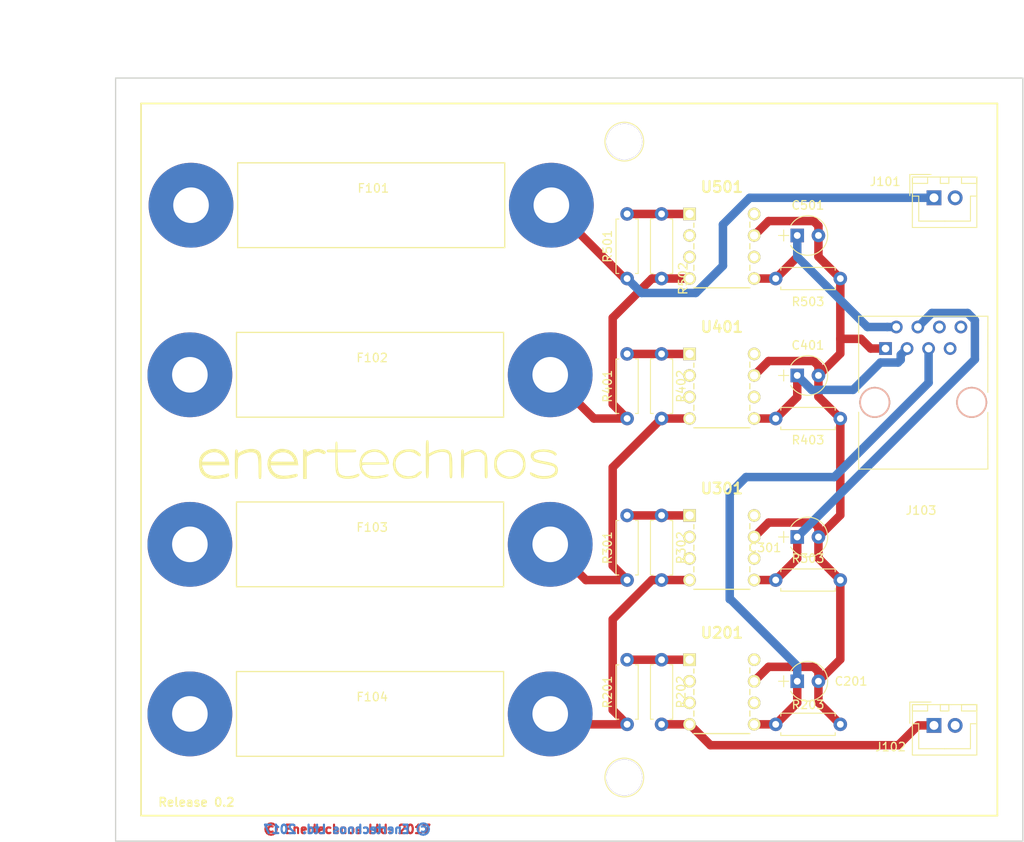
<source format=kicad_pcb>
(kicad_pcb (version 4) (host pcbnew 4.0.7)

  (general
    (links 45)
    (no_connects 0)
    (area 26.150001 91.3 147.075001 190.075001)
    (thickness 1.6)
    (drawings 17)
    (tracks 117)
    (zones 0)
    (modules 30)
    (nets 15)
  )

  (page A4)
  (title_block
    (title "Sub Fuse Board")
    (date 2018-02-09)
    (rev "Release 0.2")
    (company "Enertechnos Ltd.")
    (comment 1 "FOR APPROVAL")
  )

  (layers
    (0 F.Cu signal)
    (31 B.Cu signal)
    (32 B.Adhes user)
    (33 F.Adhes user)
    (34 B.Paste user)
    (35 F.Paste user)
    (36 B.SilkS user)
    (37 F.SilkS user)
    (38 B.Mask user)
    (39 F.Mask user)
    (40 Dwgs.User user)
    (41 Cmts.User user)
    (42 Eco1.User user)
    (43 Eco2.User user)
    (44 Edge.Cuts user)
    (45 Margin user)
    (46 B.CrtYd user)
    (47 F.CrtYd user)
    (48 B.Fab user)
    (49 F.Fab user)
  )

  (setup
    (last_trace_width 1)
    (trace_clearance 0.4)
    (zone_clearance 0.508)
    (zone_45_only no)
    (trace_min 0.2)
    (segment_width 0.2)
    (edge_width 0.15)
    (via_size 1.5)
    (via_drill 1)
    (via_min_size 0.4)
    (via_min_drill 0.3)
    (uvia_size 1)
    (uvia_drill 0.5)
    (uvias_allowed no)
    (uvia_min_size 0.2)
    (uvia_min_drill 0.1)
    (pcb_text_width 0.3)
    (pcb_text_size 1.5 1.5)
    (mod_edge_width 0.15)
    (mod_text_size 1 1)
    (mod_text_width 0.15)
    (pad_size 1.524 1.524)
    (pad_drill 0.762)
    (pad_to_mask_clearance 0.2)
    (aux_axis_origin 40 190)
    (visible_elements 7FFFEF7F)
    (pcbplotparams
      (layerselection 0x010e0_80000001)
      (usegerberextensions false)
      (excludeedgelayer true)
      (linewidth 0.100000)
      (plotframeref false)
      (viasonmask false)
      (mode 1)
      (useauxorigin false)
      (hpglpennumber 1)
      (hpglpenspeed 20)
      (hpglpendiameter 15)
      (hpglpenoverlay 2)
      (psnegative false)
      (psa4output false)
      (plotreference true)
      (plotvalue true)
      (plotinvisibletext false)
      (padsonsilk false)
      (subtractmaskfromsilk false)
      (outputformat 4)
      (mirror false)
      (drillshape 0)
      (scaleselection 1)
      (outputdirectory Plot/))
  )

  (net 0 "")
  (net 1 /VoltMeter1/+VE)
  (net 2 /VoltMeter2/+VE)
  (net 3 /VoltMeter3/+VE)
  (net 4 ARD_GND)
  (net 5 /VoltMeter4/+VE)
  (net 6 "Net-(R201-Pad2)")
  (net 7 "Net-(R301-Pad2)")
  (net 8 "Net-(R401-Pad2)")
  (net 9 "Net-(R501-Pad2)")
  (net 10 V5)
  (net 11 V7)
  (net 12 V8)
  (net 13 V6)
  (net 14 /VoltMeter4/-VE)

  (net_class Default "This is the default net class."
    (clearance 0.4)
    (trace_width 1)
    (via_dia 1.5)
    (via_drill 1)
    (uvia_dia 1)
    (uvia_drill 0.5)
    (add_net /VoltMeter1/+VE)
    (add_net /VoltMeter2/+VE)
    (add_net /VoltMeter3/+VE)
    (add_net /VoltMeter4/+VE)
    (add_net /VoltMeter4/-VE)
    (add_net ARD_GND)
    (add_net "Net-(R201-Pad2)")
    (add_net "Net-(R301-Pad2)")
    (add_net "Net-(R401-Pad2)")
    (add_net "Net-(R501-Pad2)")
    (add_net V5)
    (add_net V6)
    (add_net V7)
    (add_net V8)
  )

  (module PartsLibraries:MountingHole (layer F.Cu) (tedit 594AA37F) (tstamp 5A7D94F5)
    (at 100 182.5)
    (descr "module 1 pin (ou trou mecanique de percage)")
    (tags DEV)
    (fp_text reference "" (at 0 -3.048) (layer F.SilkS)
      (effects (font (size 1 1) (thickness 0.15)))
    )
    (fp_text value Mount (at 0 3) (layer F.Fab)
      (effects (font (size 1 1) (thickness 0.15)))
    )
    (fp_circle (center 0 0) (end 2 0.8) (layer F.Fab) (width 0.1))
    (fp_circle (center 0 0) (end 2.6 0) (layer F.CrtYd) (width 0.05))
    (fp_circle (center 0 0) (end 0 -2.286) (layer F.SilkS) (width 0.12))
    (pad 1 thru_hole circle (at 0 0) (size 4.2 4.2) (drill 4.2) (layers *.Cu *.Mask)
      (clearance 1))
  )

  (module PartsLibraries:MountingHole (layer F.Cu) (tedit 594AA37F) (tstamp 5A7D94EE)
    (at 100 107.5)
    (descr "module 1 pin (ou trou mecanique de percage)")
    (tags DEV)
    (fp_text reference "" (at 0 -3.048) (layer F.SilkS)
      (effects (font (size 1 1) (thickness 0.15)))
    )
    (fp_text value Mount (at 0 3) (layer F.Fab)
      (effects (font (size 1 1) (thickness 0.15)))
    )
    (fp_circle (center 0 0) (end 2 0.8) (layer F.Fab) (width 0.1))
    (fp_circle (center 0 0) (end 2.6 0) (layer F.CrtYd) (width 0.05))
    (fp_circle (center 0 0) (end 0 -2.286) (layer F.SilkS) (width 0.12))
    (pad 1 thru_hole circle (at 0 0) (size 4.2 4.2) (drill 4.2) (layers *.Cu *.Mask)
      (clearance 1))
  )

  (module Resistors_THT:R_Axial_DIN0207_L6.3mm_D2.5mm_P7.62mm_Horizontal placed (layer F.Cu) (tedit 5874F706) (tstamp 5A3003D9)
    (at 100.33 176.228 90)
    (descr "Resistor, Axial_DIN0207 series, Axial, Horizontal, pin pitch=7.62mm, 0.25W = 1/4W, length*diameter=6.3*2.5mm^2, http://cdn-reichelt.de/documents/datenblatt/B400/1_4W%23YAG.pdf")
    (tags "Resistor Axial_DIN0207 series Axial Horizontal pin pitch 7.62mm 0.25W = 1/4W length 6.3mm diameter 2.5mm")
    (path /59C4F642/5A2FE363)
    (fp_text reference R201 (at 3.81 -2.31 90) (layer F.SilkS)
      (effects (font (size 1 1) (thickness 0.15)))
    )
    (fp_text value 10K (at 3.81 2.31 90) (layer F.Fab)
      (effects (font (size 1 1) (thickness 0.15)))
    )
    (fp_line (start 0.66 -1.25) (end 0.66 1.25) (layer F.Fab) (width 0.1))
    (fp_line (start 0.66 1.25) (end 6.96 1.25) (layer F.Fab) (width 0.1))
    (fp_line (start 6.96 1.25) (end 6.96 -1.25) (layer F.Fab) (width 0.1))
    (fp_line (start 6.96 -1.25) (end 0.66 -1.25) (layer F.Fab) (width 0.1))
    (fp_line (start 0 0) (end 0.66 0) (layer F.Fab) (width 0.1))
    (fp_line (start 7.62 0) (end 6.96 0) (layer F.Fab) (width 0.1))
    (fp_line (start 0.6 -0.98) (end 0.6 -1.31) (layer F.SilkS) (width 0.12))
    (fp_line (start 0.6 -1.31) (end 7.02 -1.31) (layer F.SilkS) (width 0.12))
    (fp_line (start 7.02 -1.31) (end 7.02 -0.98) (layer F.SilkS) (width 0.12))
    (fp_line (start 0.6 0.98) (end 0.6 1.31) (layer F.SilkS) (width 0.12))
    (fp_line (start 0.6 1.31) (end 7.02 1.31) (layer F.SilkS) (width 0.12))
    (fp_line (start 7.02 1.31) (end 7.02 0.98) (layer F.SilkS) (width 0.12))
    (fp_line (start -1.05 -1.6) (end -1.05 1.6) (layer F.CrtYd) (width 0.05))
    (fp_line (start -1.05 1.6) (end 8.7 1.6) (layer F.CrtYd) (width 0.05))
    (fp_line (start 8.7 1.6) (end 8.7 -1.6) (layer F.CrtYd) (width 0.05))
    (fp_line (start 8.7 -1.6) (end -1.05 -1.6) (layer F.CrtYd) (width 0.05))
    (pad 1 thru_hole circle (at 0 0 90) (size 1.6 1.6) (drill 0.8) (layers *.Cu *.Mask)
      (net 5 /VoltMeter4/+VE))
    (pad 2 thru_hole oval (at 7.62 0 90) (size 1.6 1.6) (drill 0.8) (layers *.Cu *.Mask)
      (net 6 "Net-(R201-Pad2)"))
    (model ${KISYS3DMOD}/Resistors_THT.3dshapes/R_Axial_DIN0207_L6.3mm_D2.5mm_P7.62mm_Horizontal.wrl
      (at (xyz 0 0 0))
      (scale (xyz 0.393701 0.393701 0.393701))
      (rotate (xyz 0 0 0))
    )
  )

  (module Resistors_THT:R_Axial_DIN0207_L6.3mm_D2.5mm_P7.62mm_Horizontal placed (layer F.Cu) (tedit 5874F706) (tstamp 5A3003EF)
    (at 104.394 168.608 270)
    (descr "Resistor, Axial_DIN0207 series, Axial, Horizontal, pin pitch=7.62mm, 0.25W = 1/4W, length*diameter=6.3*2.5mm^2, http://cdn-reichelt.de/documents/datenblatt/B400/1_4W%23YAG.pdf")
    (tags "Resistor Axial_DIN0207 series Axial Horizontal pin pitch 7.62mm 0.25W = 1/4W length 6.3mm diameter 2.5mm")
    (path /59C4F642/59C4F970)
    (fp_text reference R202 (at 3.81 -2.31 270) (layer F.SilkS)
      (effects (font (size 1 1) (thickness 0.15)))
    )
    (fp_text value 10M (at 3.81 2.31 270) (layer F.Fab)
      (effects (font (size 1 1) (thickness 0.15)))
    )
    (fp_line (start 0.66 -1.25) (end 0.66 1.25) (layer F.Fab) (width 0.1))
    (fp_line (start 0.66 1.25) (end 6.96 1.25) (layer F.Fab) (width 0.1))
    (fp_line (start 6.96 1.25) (end 6.96 -1.25) (layer F.Fab) (width 0.1))
    (fp_line (start 6.96 -1.25) (end 0.66 -1.25) (layer F.Fab) (width 0.1))
    (fp_line (start 0 0) (end 0.66 0) (layer F.Fab) (width 0.1))
    (fp_line (start 7.62 0) (end 6.96 0) (layer F.Fab) (width 0.1))
    (fp_line (start 0.6 -0.98) (end 0.6 -1.31) (layer F.SilkS) (width 0.12))
    (fp_line (start 0.6 -1.31) (end 7.02 -1.31) (layer F.SilkS) (width 0.12))
    (fp_line (start 7.02 -1.31) (end 7.02 -0.98) (layer F.SilkS) (width 0.12))
    (fp_line (start 0.6 0.98) (end 0.6 1.31) (layer F.SilkS) (width 0.12))
    (fp_line (start 0.6 1.31) (end 7.02 1.31) (layer F.SilkS) (width 0.12))
    (fp_line (start 7.02 1.31) (end 7.02 0.98) (layer F.SilkS) (width 0.12))
    (fp_line (start -1.05 -1.6) (end -1.05 1.6) (layer F.CrtYd) (width 0.05))
    (fp_line (start -1.05 1.6) (end 8.7 1.6) (layer F.CrtYd) (width 0.05))
    (fp_line (start 8.7 1.6) (end 8.7 -1.6) (layer F.CrtYd) (width 0.05))
    (fp_line (start 8.7 -1.6) (end -1.05 -1.6) (layer F.CrtYd) (width 0.05))
    (pad 1 thru_hole circle (at 0 0 270) (size 1.6 1.6) (drill 0.8) (layers *.Cu *.Mask)
      (net 6 "Net-(R201-Pad2)"))
    (pad 2 thru_hole oval (at 7.62 0 270) (size 1.6 1.6) (drill 0.8) (layers *.Cu *.Mask)
      (net 14 /VoltMeter4/-VE))
    (model ${KISYS3DMOD}/Resistors_THT.3dshapes/R_Axial_DIN0207_L6.3mm_D2.5mm_P7.62mm_Horizontal.wrl
      (at (xyz 0 0 0))
      (scale (xyz 0.393701 0.393701 0.393701))
      (rotate (xyz 0 0 0))
    )
  )

  (module Resistors_THT:R_Axial_DIN0207_L6.3mm_D2.5mm_P7.62mm_Horizontal locked placed (layer F.Cu) (tedit 5874F706) (tstamp 5A300405)
    (at 100.33 159.21 90)
    (descr "Resistor, Axial_DIN0207 series, Axial, Horizontal, pin pitch=7.62mm, 0.25W = 1/4W, length*diameter=6.3*2.5mm^2, http://cdn-reichelt.de/documents/datenblatt/B400/1_4W%23YAG.pdf")
    (tags "Resistor Axial_DIN0207 series Axial Horizontal pin pitch 7.62mm 0.25W = 1/4W length 6.3mm diameter 2.5mm")
    (path /59C51A28/5A2FE363)
    (fp_text reference R301 (at 3.81 -2.31 90) (layer F.SilkS)
      (effects (font (size 1 1) (thickness 0.15)))
    )
    (fp_text value 10K (at 3.81 2.31 90) (layer F.Fab)
      (effects (font (size 1 1) (thickness 0.15)))
    )
    (fp_line (start 0.66 -1.25) (end 0.66 1.25) (layer F.Fab) (width 0.1))
    (fp_line (start 0.66 1.25) (end 6.96 1.25) (layer F.Fab) (width 0.1))
    (fp_line (start 6.96 1.25) (end 6.96 -1.25) (layer F.Fab) (width 0.1))
    (fp_line (start 6.96 -1.25) (end 0.66 -1.25) (layer F.Fab) (width 0.1))
    (fp_line (start 0 0) (end 0.66 0) (layer F.Fab) (width 0.1))
    (fp_line (start 7.62 0) (end 6.96 0) (layer F.Fab) (width 0.1))
    (fp_line (start 0.6 -0.98) (end 0.6 -1.31) (layer F.SilkS) (width 0.12))
    (fp_line (start 0.6 -1.31) (end 7.02 -1.31) (layer F.SilkS) (width 0.12))
    (fp_line (start 7.02 -1.31) (end 7.02 -0.98) (layer F.SilkS) (width 0.12))
    (fp_line (start 0.6 0.98) (end 0.6 1.31) (layer F.SilkS) (width 0.12))
    (fp_line (start 0.6 1.31) (end 7.02 1.31) (layer F.SilkS) (width 0.12))
    (fp_line (start 7.02 1.31) (end 7.02 0.98) (layer F.SilkS) (width 0.12))
    (fp_line (start -1.05 -1.6) (end -1.05 1.6) (layer F.CrtYd) (width 0.05))
    (fp_line (start -1.05 1.6) (end 8.7 1.6) (layer F.CrtYd) (width 0.05))
    (fp_line (start 8.7 1.6) (end 8.7 -1.6) (layer F.CrtYd) (width 0.05))
    (fp_line (start 8.7 -1.6) (end -1.05 -1.6) (layer F.CrtYd) (width 0.05))
    (pad 1 thru_hole circle (at 0 0 90) (size 1.6 1.6) (drill 0.8) (layers *.Cu *.Mask)
      (net 3 /VoltMeter3/+VE))
    (pad 2 thru_hole oval (at 7.62 0 90) (size 1.6 1.6) (drill 0.8) (layers *.Cu *.Mask)
      (net 7 "Net-(R301-Pad2)"))
    (model ${KISYS3DMOD}/Resistors_THT.3dshapes/R_Axial_DIN0207_L6.3mm_D2.5mm_P7.62mm_Horizontal.wrl
      (at (xyz 0 0 0))
      (scale (xyz 0.393701 0.393701 0.393701))
      (rotate (xyz 0 0 0))
    )
  )

  (module Resistors_THT:R_Axial_DIN0207_L6.3mm_D2.5mm_P7.62mm_Horizontal locked placed (layer F.Cu) (tedit 5874F706) (tstamp 5A30041B)
    (at 104.394 151.59 270)
    (descr "Resistor, Axial_DIN0207 series, Axial, Horizontal, pin pitch=7.62mm, 0.25W = 1/4W, length*diameter=6.3*2.5mm^2, http://cdn-reichelt.de/documents/datenblatt/B400/1_4W%23YAG.pdf")
    (tags "Resistor Axial_DIN0207 series Axial Horizontal pin pitch 7.62mm 0.25W = 1/4W length 6.3mm diameter 2.5mm")
    (path /59C51A28/59C4F970)
    (fp_text reference R302 (at 3.81 -2.31 270) (layer F.SilkS)
      (effects (font (size 1 1) (thickness 0.15)))
    )
    (fp_text value 10M (at 3.81 2.31 270) (layer F.Fab)
      (effects (font (size 1 1) (thickness 0.15)))
    )
    (fp_line (start 0.66 -1.25) (end 0.66 1.25) (layer F.Fab) (width 0.1))
    (fp_line (start 0.66 1.25) (end 6.96 1.25) (layer F.Fab) (width 0.1))
    (fp_line (start 6.96 1.25) (end 6.96 -1.25) (layer F.Fab) (width 0.1))
    (fp_line (start 6.96 -1.25) (end 0.66 -1.25) (layer F.Fab) (width 0.1))
    (fp_line (start 0 0) (end 0.66 0) (layer F.Fab) (width 0.1))
    (fp_line (start 7.62 0) (end 6.96 0) (layer F.Fab) (width 0.1))
    (fp_line (start 0.6 -0.98) (end 0.6 -1.31) (layer F.SilkS) (width 0.12))
    (fp_line (start 0.6 -1.31) (end 7.02 -1.31) (layer F.SilkS) (width 0.12))
    (fp_line (start 7.02 -1.31) (end 7.02 -0.98) (layer F.SilkS) (width 0.12))
    (fp_line (start 0.6 0.98) (end 0.6 1.31) (layer F.SilkS) (width 0.12))
    (fp_line (start 0.6 1.31) (end 7.02 1.31) (layer F.SilkS) (width 0.12))
    (fp_line (start 7.02 1.31) (end 7.02 0.98) (layer F.SilkS) (width 0.12))
    (fp_line (start -1.05 -1.6) (end -1.05 1.6) (layer F.CrtYd) (width 0.05))
    (fp_line (start -1.05 1.6) (end 8.7 1.6) (layer F.CrtYd) (width 0.05))
    (fp_line (start 8.7 1.6) (end 8.7 -1.6) (layer F.CrtYd) (width 0.05))
    (fp_line (start 8.7 -1.6) (end -1.05 -1.6) (layer F.CrtYd) (width 0.05))
    (pad 1 thru_hole circle (at 0 0 270) (size 1.6 1.6) (drill 0.8) (layers *.Cu *.Mask)
      (net 7 "Net-(R301-Pad2)"))
    (pad 2 thru_hole oval (at 7.62 0 270) (size 1.6 1.6) (drill 0.8) (layers *.Cu *.Mask)
      (net 5 /VoltMeter4/+VE))
    (model ${KISYS3DMOD}/Resistors_THT.3dshapes/R_Axial_DIN0207_L6.3mm_D2.5mm_P7.62mm_Horizontal.wrl
      (at (xyz 0 0 0))
      (scale (xyz 0.393701 0.393701 0.393701))
      (rotate (xyz 0 0 0))
    )
  )

  (module Resistors_THT:R_Axial_DIN0207_L6.3mm_D2.5mm_P7.62mm_Horizontal placed (layer F.Cu) (tedit 5874F706) (tstamp 5A300431)
    (at 100.33 140.16 90)
    (descr "Resistor, Axial_DIN0207 series, Axial, Horizontal, pin pitch=7.62mm, 0.25W = 1/4W, length*diameter=6.3*2.5mm^2, http://cdn-reichelt.de/documents/datenblatt/B400/1_4W%23YAG.pdf")
    (tags "Resistor Axial_DIN0207 series Axial Horizontal pin pitch 7.62mm 0.25W = 1/4W length 6.3mm diameter 2.5mm")
    (path /59C51FF6/5A2FE363)
    (fp_text reference R401 (at 3.81 -2.31 90) (layer F.SilkS)
      (effects (font (size 1 1) (thickness 0.15)))
    )
    (fp_text value 10K (at 3.81 2.31 90) (layer F.Fab)
      (effects (font (size 1 1) (thickness 0.15)))
    )
    (fp_line (start 0.66 -1.25) (end 0.66 1.25) (layer F.Fab) (width 0.1))
    (fp_line (start 0.66 1.25) (end 6.96 1.25) (layer F.Fab) (width 0.1))
    (fp_line (start 6.96 1.25) (end 6.96 -1.25) (layer F.Fab) (width 0.1))
    (fp_line (start 6.96 -1.25) (end 0.66 -1.25) (layer F.Fab) (width 0.1))
    (fp_line (start 0 0) (end 0.66 0) (layer F.Fab) (width 0.1))
    (fp_line (start 7.62 0) (end 6.96 0) (layer F.Fab) (width 0.1))
    (fp_line (start 0.6 -0.98) (end 0.6 -1.31) (layer F.SilkS) (width 0.12))
    (fp_line (start 0.6 -1.31) (end 7.02 -1.31) (layer F.SilkS) (width 0.12))
    (fp_line (start 7.02 -1.31) (end 7.02 -0.98) (layer F.SilkS) (width 0.12))
    (fp_line (start 0.6 0.98) (end 0.6 1.31) (layer F.SilkS) (width 0.12))
    (fp_line (start 0.6 1.31) (end 7.02 1.31) (layer F.SilkS) (width 0.12))
    (fp_line (start 7.02 1.31) (end 7.02 0.98) (layer F.SilkS) (width 0.12))
    (fp_line (start -1.05 -1.6) (end -1.05 1.6) (layer F.CrtYd) (width 0.05))
    (fp_line (start -1.05 1.6) (end 8.7 1.6) (layer F.CrtYd) (width 0.05))
    (fp_line (start 8.7 1.6) (end 8.7 -1.6) (layer F.CrtYd) (width 0.05))
    (fp_line (start 8.7 -1.6) (end -1.05 -1.6) (layer F.CrtYd) (width 0.05))
    (pad 1 thru_hole circle (at 0 0 90) (size 1.6 1.6) (drill 0.8) (layers *.Cu *.Mask)
      (net 2 /VoltMeter2/+VE))
    (pad 2 thru_hole oval (at 7.62 0 90) (size 1.6 1.6) (drill 0.8) (layers *.Cu *.Mask)
      (net 8 "Net-(R401-Pad2)"))
    (model ${KISYS3DMOD}/Resistors_THT.3dshapes/R_Axial_DIN0207_L6.3mm_D2.5mm_P7.62mm_Horizontal.wrl
      (at (xyz 0 0 0))
      (scale (xyz 0.393701 0.393701 0.393701))
      (rotate (xyz 0 0 0))
    )
  )

  (module Resistors_THT:R_Axial_DIN0207_L6.3mm_D2.5mm_P7.62mm_Horizontal placed (layer F.Cu) (tedit 5874F706) (tstamp 5A300447)
    (at 104.394 132.54 270)
    (descr "Resistor, Axial_DIN0207 series, Axial, Horizontal, pin pitch=7.62mm, 0.25W = 1/4W, length*diameter=6.3*2.5mm^2, http://cdn-reichelt.de/documents/datenblatt/B400/1_4W%23YAG.pdf")
    (tags "Resistor Axial_DIN0207 series Axial Horizontal pin pitch 7.62mm 0.25W = 1/4W length 6.3mm diameter 2.5mm")
    (path /59C51FF6/59C4F970)
    (fp_text reference R402 (at 3.81 -2.31 270) (layer F.SilkS)
      (effects (font (size 1 1) (thickness 0.15)))
    )
    (fp_text value 10M (at 3.81 2.31 270) (layer F.Fab)
      (effects (font (size 1 1) (thickness 0.15)))
    )
    (fp_line (start 0.66 -1.25) (end 0.66 1.25) (layer F.Fab) (width 0.1))
    (fp_line (start 0.66 1.25) (end 6.96 1.25) (layer F.Fab) (width 0.1))
    (fp_line (start 6.96 1.25) (end 6.96 -1.25) (layer F.Fab) (width 0.1))
    (fp_line (start 6.96 -1.25) (end 0.66 -1.25) (layer F.Fab) (width 0.1))
    (fp_line (start 0 0) (end 0.66 0) (layer F.Fab) (width 0.1))
    (fp_line (start 7.62 0) (end 6.96 0) (layer F.Fab) (width 0.1))
    (fp_line (start 0.6 -0.98) (end 0.6 -1.31) (layer F.SilkS) (width 0.12))
    (fp_line (start 0.6 -1.31) (end 7.02 -1.31) (layer F.SilkS) (width 0.12))
    (fp_line (start 7.02 -1.31) (end 7.02 -0.98) (layer F.SilkS) (width 0.12))
    (fp_line (start 0.6 0.98) (end 0.6 1.31) (layer F.SilkS) (width 0.12))
    (fp_line (start 0.6 1.31) (end 7.02 1.31) (layer F.SilkS) (width 0.12))
    (fp_line (start 7.02 1.31) (end 7.02 0.98) (layer F.SilkS) (width 0.12))
    (fp_line (start -1.05 -1.6) (end -1.05 1.6) (layer F.CrtYd) (width 0.05))
    (fp_line (start -1.05 1.6) (end 8.7 1.6) (layer F.CrtYd) (width 0.05))
    (fp_line (start 8.7 1.6) (end 8.7 -1.6) (layer F.CrtYd) (width 0.05))
    (fp_line (start 8.7 -1.6) (end -1.05 -1.6) (layer F.CrtYd) (width 0.05))
    (pad 1 thru_hole circle (at 0 0 270) (size 1.6 1.6) (drill 0.8) (layers *.Cu *.Mask)
      (net 8 "Net-(R401-Pad2)"))
    (pad 2 thru_hole oval (at 7.62 0 270) (size 1.6 1.6) (drill 0.8) (layers *.Cu *.Mask)
      (net 3 /VoltMeter3/+VE))
    (model ${KISYS3DMOD}/Resistors_THT.3dshapes/R_Axial_DIN0207_L6.3mm_D2.5mm_P7.62mm_Horizontal.wrl
      (at (xyz 0 0 0))
      (scale (xyz 0.393701 0.393701 0.393701))
      (rotate (xyz 0 0 0))
    )
  )

  (module Resistors_THT:R_Axial_DIN0207_L6.3mm_D2.5mm_P7.62mm_Horizontal placed (layer F.Cu) (tedit 5874F706) (tstamp 5A30045D)
    (at 100.33 123.65 90)
    (descr "Resistor, Axial_DIN0207 series, Axial, Horizontal, pin pitch=7.62mm, 0.25W = 1/4W, length*diameter=6.3*2.5mm^2, http://cdn-reichelt.de/documents/datenblatt/B400/1_4W%23YAG.pdf")
    (tags "Resistor Axial_DIN0207 series Axial Horizontal pin pitch 7.62mm 0.25W = 1/4W length 6.3mm diameter 2.5mm")
    (path /59C5216A/5A2FE363)
    (fp_text reference R501 (at 3.81 -2.31 90) (layer F.SilkS)
      (effects (font (size 1 1) (thickness 0.15)))
    )
    (fp_text value 10K (at 3.81 2.31 90) (layer F.Fab)
      (effects (font (size 1 1) (thickness 0.15)))
    )
    (fp_line (start 0.66 -1.25) (end 0.66 1.25) (layer F.Fab) (width 0.1))
    (fp_line (start 0.66 1.25) (end 6.96 1.25) (layer F.Fab) (width 0.1))
    (fp_line (start 6.96 1.25) (end 6.96 -1.25) (layer F.Fab) (width 0.1))
    (fp_line (start 6.96 -1.25) (end 0.66 -1.25) (layer F.Fab) (width 0.1))
    (fp_line (start 0 0) (end 0.66 0) (layer F.Fab) (width 0.1))
    (fp_line (start 7.62 0) (end 6.96 0) (layer F.Fab) (width 0.1))
    (fp_line (start 0.6 -0.98) (end 0.6 -1.31) (layer F.SilkS) (width 0.12))
    (fp_line (start 0.6 -1.31) (end 7.02 -1.31) (layer F.SilkS) (width 0.12))
    (fp_line (start 7.02 -1.31) (end 7.02 -0.98) (layer F.SilkS) (width 0.12))
    (fp_line (start 0.6 0.98) (end 0.6 1.31) (layer F.SilkS) (width 0.12))
    (fp_line (start 0.6 1.31) (end 7.02 1.31) (layer F.SilkS) (width 0.12))
    (fp_line (start 7.02 1.31) (end 7.02 0.98) (layer F.SilkS) (width 0.12))
    (fp_line (start -1.05 -1.6) (end -1.05 1.6) (layer F.CrtYd) (width 0.05))
    (fp_line (start -1.05 1.6) (end 8.7 1.6) (layer F.CrtYd) (width 0.05))
    (fp_line (start 8.7 1.6) (end 8.7 -1.6) (layer F.CrtYd) (width 0.05))
    (fp_line (start 8.7 -1.6) (end -1.05 -1.6) (layer F.CrtYd) (width 0.05))
    (pad 1 thru_hole circle (at 0 0 90) (size 1.6 1.6) (drill 0.8) (layers *.Cu *.Mask)
      (net 1 /VoltMeter1/+VE))
    (pad 2 thru_hole oval (at 7.62 0 90) (size 1.6 1.6) (drill 0.8) (layers *.Cu *.Mask)
      (net 9 "Net-(R501-Pad2)"))
    (model ${KISYS3DMOD}/Resistors_THT.3dshapes/R_Axial_DIN0207_L6.3mm_D2.5mm_P7.62mm_Horizontal.wrl
      (at (xyz 0 0 0))
      (scale (xyz 0.393701 0.393701 0.393701))
      (rotate (xyz 0 0 0))
    )
  )

  (module Resistors_THT:R_Axial_DIN0207_L6.3mm_D2.5mm_P7.62mm_Horizontal placed (layer F.Cu) (tedit 5874F706) (tstamp 5A300473)
    (at 104.394 116.03 270)
    (descr "Resistor, Axial_DIN0207 series, Axial, Horizontal, pin pitch=7.62mm, 0.25W = 1/4W, length*diameter=6.3*2.5mm^2, http://cdn-reichelt.de/documents/datenblatt/B400/1_4W%23YAG.pdf")
    (tags "Resistor Axial_DIN0207 series Axial Horizontal pin pitch 7.62mm 0.25W = 1/4W length 6.3mm diameter 2.5mm")
    (path /59C5216A/59C4F970)
    (fp_text reference R502 (at 7.62 -2.54 270) (layer F.SilkS)
      (effects (font (size 1 1) (thickness 0.15)))
    )
    (fp_text value 10M (at 3.81 2.31 270) (layer F.Fab)
      (effects (font (size 1 1) (thickness 0.15)))
    )
    (fp_line (start 0.66 -1.25) (end 0.66 1.25) (layer F.Fab) (width 0.1))
    (fp_line (start 0.66 1.25) (end 6.96 1.25) (layer F.Fab) (width 0.1))
    (fp_line (start 6.96 1.25) (end 6.96 -1.25) (layer F.Fab) (width 0.1))
    (fp_line (start 6.96 -1.25) (end 0.66 -1.25) (layer F.Fab) (width 0.1))
    (fp_line (start 0 0) (end 0.66 0) (layer F.Fab) (width 0.1))
    (fp_line (start 7.62 0) (end 6.96 0) (layer F.Fab) (width 0.1))
    (fp_line (start 0.6 -0.98) (end 0.6 -1.31) (layer F.SilkS) (width 0.12))
    (fp_line (start 0.6 -1.31) (end 7.02 -1.31) (layer F.SilkS) (width 0.12))
    (fp_line (start 7.02 -1.31) (end 7.02 -0.98) (layer F.SilkS) (width 0.12))
    (fp_line (start 0.6 0.98) (end 0.6 1.31) (layer F.SilkS) (width 0.12))
    (fp_line (start 0.6 1.31) (end 7.02 1.31) (layer F.SilkS) (width 0.12))
    (fp_line (start 7.02 1.31) (end 7.02 0.98) (layer F.SilkS) (width 0.12))
    (fp_line (start -1.05 -1.6) (end -1.05 1.6) (layer F.CrtYd) (width 0.05))
    (fp_line (start -1.05 1.6) (end 8.7 1.6) (layer F.CrtYd) (width 0.05))
    (fp_line (start 8.7 1.6) (end 8.7 -1.6) (layer F.CrtYd) (width 0.05))
    (fp_line (start 8.7 -1.6) (end -1.05 -1.6) (layer F.CrtYd) (width 0.05))
    (pad 1 thru_hole circle (at 0 0 270) (size 1.6 1.6) (drill 0.8) (layers *.Cu *.Mask)
      (net 9 "Net-(R501-Pad2)"))
    (pad 2 thru_hole oval (at 7.62 0 270) (size 1.6 1.6) (drill 0.8) (layers *.Cu *.Mask)
      (net 2 /VoltMeter2/+VE))
    (model ${KISYS3DMOD}/Resistors_THT.3dshapes/R_Axial_DIN0207_L6.3mm_D2.5mm_P7.62mm_Horizontal.wrl
      (at (xyz 0 0 0))
      (scale (xyz 0.393701 0.393701 0.393701))
      (rotate (xyz 0 0 0))
    )
  )

  (module Capacitors_THT:CP_Radial_Tantal_D4.5mm_P2.50mm (layer F.Cu) (tedit 597C781B) (tstamp 5A4D156D)
    (at 120.396 171.148)
    (descr "CP, Radial_Tantal series, Radial, pin pitch=2.50mm, , diameter=4.5mm, Tantal Electrolytic Capacitor, http://cdn-reichelt.de/documents/datenblatt/B300/TANTAL-TB-Serie%23.pdf")
    (tags "CP Radial_Tantal series Radial pin pitch 2.50mm  diameter 4.5mm Tantal Electrolytic Capacitor")
    (path /59C4F642/5A3A7FE3)
    (fp_text reference C201 (at 6.35 0) (layer F.SilkS)
      (effects (font (size 1 1) (thickness 0.15)))
    )
    (fp_text value C (at 1.25 3.56) (layer F.Fab)
      (effects (font (size 1 1) (thickness 0.15)))
    )
    (fp_arc (start 1.25 0) (end -0.770693 -1.18) (angle 119.4) (layer F.SilkS) (width 0.12))
    (fp_arc (start 1.25 0) (end -0.770693 1.18) (angle -119.4) (layer F.SilkS) (width 0.12))
    (fp_arc (start 1.25 0) (end 3.270693 -1.18) (angle 60.6) (layer F.SilkS) (width 0.12))
    (fp_circle (center 1.25 0) (end 3.5 0) (layer F.Fab) (width 0.1))
    (fp_line (start -2.2 0) (end -1 0) (layer F.Fab) (width 0.1))
    (fp_line (start -1.6 -0.65) (end -1.6 0.65) (layer F.Fab) (width 0.1))
    (fp_line (start -2.2 0) (end -1 0) (layer F.SilkS) (width 0.12))
    (fp_line (start -1.6 -0.65) (end -1.6 0.65) (layer F.SilkS) (width 0.12))
    (fp_line (start -1.35 -2.6) (end -1.35 2.6) (layer F.CrtYd) (width 0.05))
    (fp_line (start -1.35 2.6) (end 3.85 2.6) (layer F.CrtYd) (width 0.05))
    (fp_line (start 3.85 2.6) (end 3.85 -2.6) (layer F.CrtYd) (width 0.05))
    (fp_line (start 3.85 -2.6) (end -1.35 -2.6) (layer F.CrtYd) (width 0.05))
    (fp_text user %R (at 1.25 0) (layer F.Fab)
      (effects (font (size 1 1) (thickness 0.15)))
    )
    (pad 1 thru_hole rect (at 0 0) (size 1.6 1.6) (drill 0.8) (layers *.Cu *.Mask)
      (net 12 V8))
    (pad 2 thru_hole circle (at 2.5 0) (size 1.6 1.6) (drill 0.8) (layers *.Cu *.Mask)
      (net 4 ARD_GND))
    (model ${KISYS3DMOD}/Capacitors_THT.3dshapes/CP_Radial_Tantal_D4.5mm_P2.50mm.wrl
      (at (xyz 0 0 0))
      (scale (xyz 1 1 1))
      (rotate (xyz 0 0 0))
    )
  )

  (module Capacitors_THT:CP_Radial_Tantal_D4.5mm_P2.50mm (layer F.Cu) (tedit 597C781B) (tstamp 5A4D1580)
    (at 120.396 154.13)
    (descr "CP, Radial_Tantal series, Radial, pin pitch=2.50mm, , diameter=4.5mm, Tantal Electrolytic Capacitor, http://cdn-reichelt.de/documents/datenblatt/B300/TANTAL-TB-Serie%23.pdf")
    (tags "CP Radial_Tantal series Radial pin pitch 2.50mm  diameter 4.5mm Tantal Electrolytic Capacitor")
    (path /59C51A28/5A3A7FE3)
    (fp_text reference C301 (at -3.81 1.27) (layer F.SilkS)
      (effects (font (size 1 1) (thickness 0.15)))
    )
    (fp_text value C (at 1.25 3.56) (layer F.Fab)
      (effects (font (size 1 1) (thickness 0.15)))
    )
    (fp_arc (start 1.25 0) (end -0.770693 -1.18) (angle 119.4) (layer F.SilkS) (width 0.12))
    (fp_arc (start 1.25 0) (end -0.770693 1.18) (angle -119.4) (layer F.SilkS) (width 0.12))
    (fp_arc (start 1.25 0) (end 3.270693 -1.18) (angle 60.6) (layer F.SilkS) (width 0.12))
    (fp_circle (center 1.25 0) (end 3.5 0) (layer F.Fab) (width 0.1))
    (fp_line (start -2.2 0) (end -1 0) (layer F.Fab) (width 0.1))
    (fp_line (start -1.6 -0.65) (end -1.6 0.65) (layer F.Fab) (width 0.1))
    (fp_line (start -2.2 0) (end -1 0) (layer F.SilkS) (width 0.12))
    (fp_line (start -1.6 -0.65) (end -1.6 0.65) (layer F.SilkS) (width 0.12))
    (fp_line (start -1.35 -2.6) (end -1.35 2.6) (layer F.CrtYd) (width 0.05))
    (fp_line (start -1.35 2.6) (end 3.85 2.6) (layer F.CrtYd) (width 0.05))
    (fp_line (start 3.85 2.6) (end 3.85 -2.6) (layer F.CrtYd) (width 0.05))
    (fp_line (start 3.85 -2.6) (end -1.35 -2.6) (layer F.CrtYd) (width 0.05))
    (fp_text user %R (at 1.25 0) (layer F.Fab)
      (effects (font (size 1 1) (thickness 0.15)))
    )
    (pad 1 thru_hole rect (at 0 0) (size 1.6 1.6) (drill 0.8) (layers *.Cu *.Mask)
      (net 11 V7))
    (pad 2 thru_hole circle (at 2.5 0) (size 1.6 1.6) (drill 0.8) (layers *.Cu *.Mask)
      (net 4 ARD_GND))
    (model ${KISYS3DMOD}/Capacitors_THT.3dshapes/CP_Radial_Tantal_D4.5mm_P2.50mm.wrl
      (at (xyz 0 0 0))
      (scale (xyz 1 1 1))
      (rotate (xyz 0 0 0))
    )
  )

  (module Capacitors_THT:CP_Radial_Tantal_D4.5mm_P2.50mm (layer F.Cu) (tedit 597C781B) (tstamp 5A4D1593)
    (at 120.396 135.08)
    (descr "CP, Radial_Tantal series, Radial, pin pitch=2.50mm, , diameter=4.5mm, Tantal Electrolytic Capacitor, http://cdn-reichelt.de/documents/datenblatt/B300/TANTAL-TB-Serie%23.pdf")
    (tags "CP Radial_Tantal series Radial pin pitch 2.50mm  diameter 4.5mm Tantal Electrolytic Capacitor")
    (path /59C51FF6/5A3A7FE3)
    (fp_text reference C401 (at 1.25 -3.56) (layer F.SilkS)
      (effects (font (size 1 1) (thickness 0.15)))
    )
    (fp_text value C (at 1.25 3.56) (layer F.Fab)
      (effects (font (size 1 1) (thickness 0.15)))
    )
    (fp_arc (start 1.25 0) (end -0.770693 -1.18) (angle 119.4) (layer F.SilkS) (width 0.12))
    (fp_arc (start 1.25 0) (end -0.770693 1.18) (angle -119.4) (layer F.SilkS) (width 0.12))
    (fp_arc (start 1.25 0) (end 3.270693 -1.18) (angle 60.6) (layer F.SilkS) (width 0.12))
    (fp_circle (center 1.25 0) (end 3.5 0) (layer F.Fab) (width 0.1))
    (fp_line (start -2.2 0) (end -1 0) (layer F.Fab) (width 0.1))
    (fp_line (start -1.6 -0.65) (end -1.6 0.65) (layer F.Fab) (width 0.1))
    (fp_line (start -2.2 0) (end -1 0) (layer F.SilkS) (width 0.12))
    (fp_line (start -1.6 -0.65) (end -1.6 0.65) (layer F.SilkS) (width 0.12))
    (fp_line (start -1.35 -2.6) (end -1.35 2.6) (layer F.CrtYd) (width 0.05))
    (fp_line (start -1.35 2.6) (end 3.85 2.6) (layer F.CrtYd) (width 0.05))
    (fp_line (start 3.85 2.6) (end 3.85 -2.6) (layer F.CrtYd) (width 0.05))
    (fp_line (start 3.85 -2.6) (end -1.35 -2.6) (layer F.CrtYd) (width 0.05))
    (fp_text user %R (at 1.25 0) (layer F.Fab)
      (effects (font (size 1 1) (thickness 0.15)))
    )
    (pad 1 thru_hole rect (at 0 0) (size 1.6 1.6) (drill 0.8) (layers *.Cu *.Mask)
      (net 13 V6))
    (pad 2 thru_hole circle (at 2.5 0) (size 1.6 1.6) (drill 0.8) (layers *.Cu *.Mask)
      (net 4 ARD_GND))
    (model ${KISYS3DMOD}/Capacitors_THT.3dshapes/CP_Radial_Tantal_D4.5mm_P2.50mm.wrl
      (at (xyz 0 0 0))
      (scale (xyz 1 1 1))
      (rotate (xyz 0 0 0))
    )
  )

  (module Capacitors_THT:CP_Radial_Tantal_D4.5mm_P2.50mm (layer F.Cu) (tedit 597C781B) (tstamp 5A4D15A6)
    (at 120.396 118.57)
    (descr "CP, Radial_Tantal series, Radial, pin pitch=2.50mm, , diameter=4.5mm, Tantal Electrolytic Capacitor, http://cdn-reichelt.de/documents/datenblatt/B300/TANTAL-TB-Serie%23.pdf")
    (tags "CP Radial_Tantal series Radial pin pitch 2.50mm  diameter 4.5mm Tantal Electrolytic Capacitor")
    (path /59C5216A/5A3A7FE3)
    (fp_text reference C501 (at 1.25 -3.56) (layer F.SilkS)
      (effects (font (size 1 1) (thickness 0.15)))
    )
    (fp_text value C (at 1.25 3.56) (layer F.Fab)
      (effects (font (size 1 1) (thickness 0.15)))
    )
    (fp_arc (start 1.25 0) (end -0.770693 -1.18) (angle 119.4) (layer F.SilkS) (width 0.12))
    (fp_arc (start 1.25 0) (end -0.770693 1.18) (angle -119.4) (layer F.SilkS) (width 0.12))
    (fp_arc (start 1.25 0) (end 3.270693 -1.18) (angle 60.6) (layer F.SilkS) (width 0.12))
    (fp_circle (center 1.25 0) (end 3.5 0) (layer F.Fab) (width 0.1))
    (fp_line (start -2.2 0) (end -1 0) (layer F.Fab) (width 0.1))
    (fp_line (start -1.6 -0.65) (end -1.6 0.65) (layer F.Fab) (width 0.1))
    (fp_line (start -2.2 0) (end -1 0) (layer F.SilkS) (width 0.12))
    (fp_line (start -1.6 -0.65) (end -1.6 0.65) (layer F.SilkS) (width 0.12))
    (fp_line (start -1.35 -2.6) (end -1.35 2.6) (layer F.CrtYd) (width 0.05))
    (fp_line (start -1.35 2.6) (end 3.85 2.6) (layer F.CrtYd) (width 0.05))
    (fp_line (start 3.85 2.6) (end 3.85 -2.6) (layer F.CrtYd) (width 0.05))
    (fp_line (start 3.85 -2.6) (end -1.35 -2.6) (layer F.CrtYd) (width 0.05))
    (fp_text user %R (at 1.25 0) (layer F.Fab)
      (effects (font (size 1 1) (thickness 0.15)))
    )
    (pad 1 thru_hole rect (at 0 0) (size 1.6 1.6) (drill 0.8) (layers *.Cu *.Mask)
      (net 10 V5))
    (pad 2 thru_hole circle (at 2.5 0) (size 1.6 1.6) (drill 0.8) (layers *.Cu *.Mask)
      (net 4 ARD_GND))
    (model ${KISYS3DMOD}/Capacitors_THT.3dshapes/CP_Radial_Tantal_D4.5mm_P2.50mm.wrl
      (at (xyz 0 0 0))
      (scale (xyz 1 1 1))
      (rotate (xyz 0 0 0))
    )
  )

  (module Connectors_JST:JST_XH_B02B-XH-A_02x2.50mm_Straight (layer F.Cu) (tedit 58EAE7F0) (tstamp 5A4D161B)
    (at 136.525 114.125)
    (descr "JST XH series connector, B02B-XH-A, top entry type, through hole")
    (tags "connector jst xh tht top vertical 2.50mm")
    (path /5A4D601D)
    (fp_text reference J101 (at -5.755 -1.905) (layer F.SilkS)
      (effects (font (size 1 1) (thickness 0.15)))
    )
    (fp_text value FB_IN (at 1.25 4.5) (layer F.Fab)
      (effects (font (size 1 1) (thickness 0.15)))
    )
    (fp_line (start -2.45 -2.35) (end -2.45 3.4) (layer F.Fab) (width 0.1))
    (fp_line (start -2.45 3.4) (end 4.95 3.4) (layer F.Fab) (width 0.1))
    (fp_line (start 4.95 3.4) (end 4.95 -2.35) (layer F.Fab) (width 0.1))
    (fp_line (start 4.95 -2.35) (end -2.45 -2.35) (layer F.Fab) (width 0.1))
    (fp_line (start -2.95 -2.85) (end -2.95 3.9) (layer F.CrtYd) (width 0.05))
    (fp_line (start -2.95 3.9) (end 5.45 3.9) (layer F.CrtYd) (width 0.05))
    (fp_line (start 5.45 3.9) (end 5.45 -2.85) (layer F.CrtYd) (width 0.05))
    (fp_line (start 5.45 -2.85) (end -2.95 -2.85) (layer F.CrtYd) (width 0.05))
    (fp_line (start -2.55 -2.45) (end -2.55 3.5) (layer F.SilkS) (width 0.12))
    (fp_line (start -2.55 3.5) (end 5.05 3.5) (layer F.SilkS) (width 0.12))
    (fp_line (start 5.05 3.5) (end 5.05 -2.45) (layer F.SilkS) (width 0.12))
    (fp_line (start 5.05 -2.45) (end -2.55 -2.45) (layer F.SilkS) (width 0.12))
    (fp_line (start 0.75 -2.45) (end 0.75 -1.7) (layer F.SilkS) (width 0.12))
    (fp_line (start 0.75 -1.7) (end 1.75 -1.7) (layer F.SilkS) (width 0.12))
    (fp_line (start 1.75 -1.7) (end 1.75 -2.45) (layer F.SilkS) (width 0.12))
    (fp_line (start 1.75 -2.45) (end 0.75 -2.45) (layer F.SilkS) (width 0.12))
    (fp_line (start -2.55 -2.45) (end -2.55 -1.7) (layer F.SilkS) (width 0.12))
    (fp_line (start -2.55 -1.7) (end -0.75 -1.7) (layer F.SilkS) (width 0.12))
    (fp_line (start -0.75 -1.7) (end -0.75 -2.45) (layer F.SilkS) (width 0.12))
    (fp_line (start -0.75 -2.45) (end -2.55 -2.45) (layer F.SilkS) (width 0.12))
    (fp_line (start 3.25 -2.45) (end 3.25 -1.7) (layer F.SilkS) (width 0.12))
    (fp_line (start 3.25 -1.7) (end 5.05 -1.7) (layer F.SilkS) (width 0.12))
    (fp_line (start 5.05 -1.7) (end 5.05 -2.45) (layer F.SilkS) (width 0.12))
    (fp_line (start 5.05 -2.45) (end 3.25 -2.45) (layer F.SilkS) (width 0.12))
    (fp_line (start -2.55 -0.2) (end -1.8 -0.2) (layer F.SilkS) (width 0.12))
    (fp_line (start -1.8 -0.2) (end -1.8 2.75) (layer F.SilkS) (width 0.12))
    (fp_line (start -1.8 2.75) (end 1.25 2.75) (layer F.SilkS) (width 0.12))
    (fp_line (start 5.05 -0.2) (end 4.3 -0.2) (layer F.SilkS) (width 0.12))
    (fp_line (start 4.3 -0.2) (end 4.3 2.75) (layer F.SilkS) (width 0.12))
    (fp_line (start 4.3 2.75) (end 1.25 2.75) (layer F.SilkS) (width 0.12))
    (fp_line (start -0.35 -2.75) (end -2.85 -2.75) (layer F.SilkS) (width 0.12))
    (fp_line (start -2.85 -2.75) (end -2.85 -0.25) (layer F.SilkS) (width 0.12))
    (fp_line (start -0.35 -2.75) (end -2.85 -2.75) (layer F.Fab) (width 0.1))
    (fp_line (start -2.85 -2.75) (end -2.85 -0.25) (layer F.Fab) (width 0.1))
    (fp_text user %R (at 1.25 2.5) (layer F.Fab)
      (effects (font (size 1 1) (thickness 0.15)))
    )
    (pad 1 thru_hole rect (at 0 0) (size 1.75 1.75) (drill 1.05) (layers *.Cu *.Mask)
      (net 1 /VoltMeter1/+VE))
    (pad 2 thru_hole circle (at 2.5 0) (size 1.75 1.75) (drill 1.05) (layers *.Cu *.Mask))
    (model Connectors_JST.3dshapes/JST_XH_B02B-XH-A_02x2.50mm_Straight.wrl
      (at (xyz 0 0 0))
      (scale (xyz 1 1 1))
      (rotate (xyz 0 0 0))
    )
  )

  (module Resistors_THT:R_Axial_DIN0207_L6.3mm_D2.5mm_P7.62mm_Horizontal (layer F.Cu) (tedit 5874F706) (tstamp 5A4D1631)
    (at 117.856 176.228)
    (descr "Resistor, Axial_DIN0207 series, Axial, Horizontal, pin pitch=7.62mm, 0.25W = 1/4W, length*diameter=6.3*2.5mm^2, http://cdn-reichelt.de/documents/datenblatt/B400/1_4W%23YAG.pdf")
    (tags "Resistor Axial_DIN0207 series Axial Horizontal pin pitch 7.62mm 0.25W = 1/4W length 6.3mm diameter 2.5mm")
    (path /59C4F642/5A3A8016)
    (fp_text reference R203 (at 3.81 -2.31) (layer F.SilkS)
      (effects (font (size 1 1) (thickness 0.15)))
    )
    (fp_text value R (at 3.81 2.31) (layer F.Fab)
      (effects (font (size 1 1) (thickness 0.15)))
    )
    (fp_line (start 0.66 -1.25) (end 0.66 1.25) (layer F.Fab) (width 0.1))
    (fp_line (start 0.66 1.25) (end 6.96 1.25) (layer F.Fab) (width 0.1))
    (fp_line (start 6.96 1.25) (end 6.96 -1.25) (layer F.Fab) (width 0.1))
    (fp_line (start 6.96 -1.25) (end 0.66 -1.25) (layer F.Fab) (width 0.1))
    (fp_line (start 0 0) (end 0.66 0) (layer F.Fab) (width 0.1))
    (fp_line (start 7.62 0) (end 6.96 0) (layer F.Fab) (width 0.1))
    (fp_line (start 0.6 -0.98) (end 0.6 -1.31) (layer F.SilkS) (width 0.12))
    (fp_line (start 0.6 -1.31) (end 7.02 -1.31) (layer F.SilkS) (width 0.12))
    (fp_line (start 7.02 -1.31) (end 7.02 -0.98) (layer F.SilkS) (width 0.12))
    (fp_line (start 0.6 0.98) (end 0.6 1.31) (layer F.SilkS) (width 0.12))
    (fp_line (start 0.6 1.31) (end 7.02 1.31) (layer F.SilkS) (width 0.12))
    (fp_line (start 7.02 1.31) (end 7.02 0.98) (layer F.SilkS) (width 0.12))
    (fp_line (start -1.05 -1.6) (end -1.05 1.6) (layer F.CrtYd) (width 0.05))
    (fp_line (start -1.05 1.6) (end 8.7 1.6) (layer F.CrtYd) (width 0.05))
    (fp_line (start 8.7 1.6) (end 8.7 -1.6) (layer F.CrtYd) (width 0.05))
    (fp_line (start 8.7 -1.6) (end -1.05 -1.6) (layer F.CrtYd) (width 0.05))
    (pad 1 thru_hole circle (at 0 0) (size 1.6 1.6) (drill 0.8) (layers *.Cu *.Mask)
      (net 12 V8))
    (pad 2 thru_hole oval (at 7.62 0) (size 1.6 1.6) (drill 0.8) (layers *.Cu *.Mask)
      (net 4 ARD_GND))
    (model ${KISYS3DMOD}/Resistors_THT.3dshapes/R_Axial_DIN0207_L6.3mm_D2.5mm_P7.62mm_Horizontal.wrl
      (at (xyz 0 0 0))
      (scale (xyz 0.393701 0.393701 0.393701))
      (rotate (xyz 0 0 0))
    )
  )

  (module Resistors_THT:R_Axial_DIN0207_L6.3mm_D2.5mm_P7.62mm_Horizontal (layer F.Cu) (tedit 5874F706) (tstamp 5A4D1647)
    (at 117.856 159.21)
    (descr "Resistor, Axial_DIN0207 series, Axial, Horizontal, pin pitch=7.62mm, 0.25W = 1/4W, length*diameter=6.3*2.5mm^2, http://cdn-reichelt.de/documents/datenblatt/B400/1_4W%23YAG.pdf")
    (tags "Resistor Axial_DIN0207 series Axial Horizontal pin pitch 7.62mm 0.25W = 1/4W length 6.3mm diameter 2.5mm")
    (path /59C51A28/5A3A8016)
    (fp_text reference R303 (at 3.81 -2.54) (layer F.SilkS)
      (effects (font (size 1 1) (thickness 0.15)))
    )
    (fp_text value R (at 3.81 2.31) (layer F.Fab)
      (effects (font (size 1 1) (thickness 0.15)))
    )
    (fp_line (start 0.66 -1.25) (end 0.66 1.25) (layer F.Fab) (width 0.1))
    (fp_line (start 0.66 1.25) (end 6.96 1.25) (layer F.Fab) (width 0.1))
    (fp_line (start 6.96 1.25) (end 6.96 -1.25) (layer F.Fab) (width 0.1))
    (fp_line (start 6.96 -1.25) (end 0.66 -1.25) (layer F.Fab) (width 0.1))
    (fp_line (start 0 0) (end 0.66 0) (layer F.Fab) (width 0.1))
    (fp_line (start 7.62 0) (end 6.96 0) (layer F.Fab) (width 0.1))
    (fp_line (start 0.6 -0.98) (end 0.6 -1.31) (layer F.SilkS) (width 0.12))
    (fp_line (start 0.6 -1.31) (end 7.02 -1.31) (layer F.SilkS) (width 0.12))
    (fp_line (start 7.02 -1.31) (end 7.02 -0.98) (layer F.SilkS) (width 0.12))
    (fp_line (start 0.6 0.98) (end 0.6 1.31) (layer F.SilkS) (width 0.12))
    (fp_line (start 0.6 1.31) (end 7.02 1.31) (layer F.SilkS) (width 0.12))
    (fp_line (start 7.02 1.31) (end 7.02 0.98) (layer F.SilkS) (width 0.12))
    (fp_line (start -1.05 -1.6) (end -1.05 1.6) (layer F.CrtYd) (width 0.05))
    (fp_line (start -1.05 1.6) (end 8.7 1.6) (layer F.CrtYd) (width 0.05))
    (fp_line (start 8.7 1.6) (end 8.7 -1.6) (layer F.CrtYd) (width 0.05))
    (fp_line (start 8.7 -1.6) (end -1.05 -1.6) (layer F.CrtYd) (width 0.05))
    (pad 1 thru_hole circle (at 0 0) (size 1.6 1.6) (drill 0.8) (layers *.Cu *.Mask)
      (net 11 V7))
    (pad 2 thru_hole oval (at 7.62 0) (size 1.6 1.6) (drill 0.8) (layers *.Cu *.Mask)
      (net 4 ARD_GND))
    (model ${KISYS3DMOD}/Resistors_THT.3dshapes/R_Axial_DIN0207_L6.3mm_D2.5mm_P7.62mm_Horizontal.wrl
      (at (xyz 0 0 0))
      (scale (xyz 0.393701 0.393701 0.393701))
      (rotate (xyz 0 0 0))
    )
  )

  (module Resistors_THT:R_Axial_DIN0207_L6.3mm_D2.5mm_P7.62mm_Horizontal (layer F.Cu) (tedit 5874F706) (tstamp 5A4D165D)
    (at 117.856 140.16)
    (descr "Resistor, Axial_DIN0207 series, Axial, Horizontal, pin pitch=7.62mm, 0.25W = 1/4W, length*diameter=6.3*2.5mm^2, http://cdn-reichelt.de/documents/datenblatt/B400/1_4W%23YAG.pdf")
    (tags "Resistor Axial_DIN0207 series Axial Horizontal pin pitch 7.62mm 0.25W = 1/4W length 6.3mm diameter 2.5mm")
    (path /59C51FF6/5A3A8016)
    (fp_text reference R403 (at 3.81 2.54) (layer F.SilkS)
      (effects (font (size 1 1) (thickness 0.15)))
    )
    (fp_text value R (at 3.81 2.31) (layer F.Fab)
      (effects (font (size 1 1) (thickness 0.15)))
    )
    (fp_line (start 0.66 -1.25) (end 0.66 1.25) (layer F.Fab) (width 0.1))
    (fp_line (start 0.66 1.25) (end 6.96 1.25) (layer F.Fab) (width 0.1))
    (fp_line (start 6.96 1.25) (end 6.96 -1.25) (layer F.Fab) (width 0.1))
    (fp_line (start 6.96 -1.25) (end 0.66 -1.25) (layer F.Fab) (width 0.1))
    (fp_line (start 0 0) (end 0.66 0) (layer F.Fab) (width 0.1))
    (fp_line (start 7.62 0) (end 6.96 0) (layer F.Fab) (width 0.1))
    (fp_line (start 0.6 -0.98) (end 0.6 -1.31) (layer F.SilkS) (width 0.12))
    (fp_line (start 0.6 -1.31) (end 7.02 -1.31) (layer F.SilkS) (width 0.12))
    (fp_line (start 7.02 -1.31) (end 7.02 -0.98) (layer F.SilkS) (width 0.12))
    (fp_line (start 0.6 0.98) (end 0.6 1.31) (layer F.SilkS) (width 0.12))
    (fp_line (start 0.6 1.31) (end 7.02 1.31) (layer F.SilkS) (width 0.12))
    (fp_line (start 7.02 1.31) (end 7.02 0.98) (layer F.SilkS) (width 0.12))
    (fp_line (start -1.05 -1.6) (end -1.05 1.6) (layer F.CrtYd) (width 0.05))
    (fp_line (start -1.05 1.6) (end 8.7 1.6) (layer F.CrtYd) (width 0.05))
    (fp_line (start 8.7 1.6) (end 8.7 -1.6) (layer F.CrtYd) (width 0.05))
    (fp_line (start 8.7 -1.6) (end -1.05 -1.6) (layer F.CrtYd) (width 0.05))
    (pad 1 thru_hole circle (at 0 0) (size 1.6 1.6) (drill 0.8) (layers *.Cu *.Mask)
      (net 13 V6))
    (pad 2 thru_hole oval (at 7.62 0) (size 1.6 1.6) (drill 0.8) (layers *.Cu *.Mask)
      (net 4 ARD_GND))
    (model ${KISYS3DMOD}/Resistors_THT.3dshapes/R_Axial_DIN0207_L6.3mm_D2.5mm_P7.62mm_Horizontal.wrl
      (at (xyz 0 0 0))
      (scale (xyz 0.393701 0.393701 0.393701))
      (rotate (xyz 0 0 0))
    )
  )

  (module Resistors_THT:R_Axial_DIN0207_L6.3mm_D2.5mm_P7.62mm_Horizontal (layer F.Cu) (tedit 5874F706) (tstamp 5A4D1673)
    (at 117.856 123.65)
    (descr "Resistor, Axial_DIN0207 series, Axial, Horizontal, pin pitch=7.62mm, 0.25W = 1/4W, length*diameter=6.3*2.5mm^2, http://cdn-reichelt.de/documents/datenblatt/B400/1_4W%23YAG.pdf")
    (tags "Resistor Axial_DIN0207 series Axial Horizontal pin pitch 7.62mm 0.25W = 1/4W length 6.3mm diameter 2.5mm")
    (path /59C5216A/5A3A8016)
    (fp_text reference R503 (at 3.81 2.735) (layer F.SilkS)
      (effects (font (size 1 1) (thickness 0.15)))
    )
    (fp_text value R (at 3.81 2.31) (layer F.Fab)
      (effects (font (size 1 1) (thickness 0.15)))
    )
    (fp_line (start 0.66 -1.25) (end 0.66 1.25) (layer F.Fab) (width 0.1))
    (fp_line (start 0.66 1.25) (end 6.96 1.25) (layer F.Fab) (width 0.1))
    (fp_line (start 6.96 1.25) (end 6.96 -1.25) (layer F.Fab) (width 0.1))
    (fp_line (start 6.96 -1.25) (end 0.66 -1.25) (layer F.Fab) (width 0.1))
    (fp_line (start 0 0) (end 0.66 0) (layer F.Fab) (width 0.1))
    (fp_line (start 7.62 0) (end 6.96 0) (layer F.Fab) (width 0.1))
    (fp_line (start 0.6 -0.98) (end 0.6 -1.31) (layer F.SilkS) (width 0.12))
    (fp_line (start 0.6 -1.31) (end 7.02 -1.31) (layer F.SilkS) (width 0.12))
    (fp_line (start 7.02 -1.31) (end 7.02 -0.98) (layer F.SilkS) (width 0.12))
    (fp_line (start 0.6 0.98) (end 0.6 1.31) (layer F.SilkS) (width 0.12))
    (fp_line (start 0.6 1.31) (end 7.02 1.31) (layer F.SilkS) (width 0.12))
    (fp_line (start 7.02 1.31) (end 7.02 0.98) (layer F.SilkS) (width 0.12))
    (fp_line (start -1.05 -1.6) (end -1.05 1.6) (layer F.CrtYd) (width 0.05))
    (fp_line (start -1.05 1.6) (end 8.7 1.6) (layer F.CrtYd) (width 0.05))
    (fp_line (start 8.7 1.6) (end 8.7 -1.6) (layer F.CrtYd) (width 0.05))
    (fp_line (start 8.7 -1.6) (end -1.05 -1.6) (layer F.CrtYd) (width 0.05))
    (pad 1 thru_hole circle (at 0 0) (size 1.6 1.6) (drill 0.8) (layers *.Cu *.Mask)
      (net 10 V5))
    (pad 2 thru_hole oval (at 7.62 0) (size 1.6 1.6) (drill 0.8) (layers *.Cu *.Mask)
      (net 4 ARD_GND))
    (model ${KISYS3DMOD}/Resistors_THT.3dshapes/R_Axial_DIN0207_L6.3mm_D2.5mm_P7.62mm_Horizontal.wrl
      (at (xyz 0 0 0))
      (scale (xyz 0.393701 0.393701 0.393701))
      (rotate (xyz 0 0 0))
    )
  )

  (module PartsLibraries:Fuse_NITD32 locked (layer F.Cu) (tedit 5A4E3DDB) (tstamp 5A4E43D3)
    (at 91.395 115 180)
    (path /5A311AB6)
    (fp_text reference F101 (at 21 2 180) (layer F.SilkS)
      (effects (font (size 1 1) (thickness 0.15)))
    )
    (fp_text value Fuse (at 21 -2 180) (layer F.Fab)
      (effects (font (size 1 1) (thickness 0.15)))
    )
    (fp_line (start 37 -5) (end 5.5 -5) (layer F.SilkS) (width 0.15))
    (fp_line (start 37 5) (end 37 -5) (layer F.SilkS) (width 0.15))
    (fp_line (start 5.5 5) (end 37 5) (layer F.SilkS) (width 0.15))
    (fp_line (start 5.5 -5) (end 5.5 5) (layer F.SilkS) (width 0.15))
    (pad 1 thru_hole circle (at 0 0 180) (size 10 10) (drill 4.2) (layers *.Cu *.Mask)
      (net 1 /VoltMeter1/+VE))
    (pad 2 thru_hole circle (at 42.5 0 180) (size 10 10) (drill 4.2) (layers *.Cu *.Mask))
  )

  (module PartsLibraries:Fuse_NITD32 (layer F.Cu) (tedit 5A4E3DDB) (tstamp 5A4E43DC)
    (at 91.26 135 180)
    (path /5A314BDF)
    (fp_text reference F102 (at 21 2 180) (layer F.SilkS)
      (effects (font (size 1 1) (thickness 0.15)))
    )
    (fp_text value Fuse (at 21 -2 180) (layer F.Fab)
      (effects (font (size 1 1) (thickness 0.15)))
    )
    (fp_line (start 37 -5) (end 5.5 -5) (layer F.SilkS) (width 0.15))
    (fp_line (start 37 5) (end 37 -5) (layer F.SilkS) (width 0.15))
    (fp_line (start 5.5 5) (end 37 5) (layer F.SilkS) (width 0.15))
    (fp_line (start 5.5 -5) (end 5.5 5) (layer F.SilkS) (width 0.15))
    (pad 1 thru_hole circle (at 0 0 180) (size 10 10) (drill 4.2) (layers *.Cu *.Mask)
      (net 2 /VoltMeter2/+VE))
    (pad 2 thru_hole circle (at 42.5 0 180) (size 10 10) (drill 4.2) (layers *.Cu *.Mask))
  )

  (module PartsLibraries:Fuse_NITD32 (layer F.Cu) (tedit 5A4E3DDB) (tstamp 5A4E43E5)
    (at 91.26 155 180)
    (path /5A31508D)
    (fp_text reference F103 (at 21 2 180) (layer F.SilkS)
      (effects (font (size 1 1) (thickness 0.15)))
    )
    (fp_text value Fuse (at 21 -2 180) (layer F.Fab)
      (effects (font (size 1 1) (thickness 0.15)))
    )
    (fp_line (start 37 -5) (end 5.5 -5) (layer F.SilkS) (width 0.15))
    (fp_line (start 37 5) (end 37 -5) (layer F.SilkS) (width 0.15))
    (fp_line (start 5.5 5) (end 37 5) (layer F.SilkS) (width 0.15))
    (fp_line (start 5.5 -5) (end 5.5 5) (layer F.SilkS) (width 0.15))
    (pad 1 thru_hole circle (at 0 0 180) (size 10 10) (drill 4.2) (layers *.Cu *.Mask)
      (net 3 /VoltMeter3/+VE))
    (pad 2 thru_hole circle (at 42.5 0 180) (size 10 10) (drill 4.2) (layers *.Cu *.Mask))
  )

  (module PartsLibraries:Fuse_NITD32 locked (layer F.Cu) (tedit 5A4E3DDB) (tstamp 5A4E43EE)
    (at 91.26 175 180)
    (path /5A316DCF)
    (fp_text reference F104 (at 21 2 180) (layer F.SilkS)
      (effects (font (size 1 1) (thickness 0.15)))
    )
    (fp_text value Fuse (at 21 -2 180) (layer F.Fab)
      (effects (font (size 1 1) (thickness 0.15)))
    )
    (fp_line (start 37 -5) (end 5.5 -5) (layer F.SilkS) (width 0.15))
    (fp_line (start 37 5) (end 37 -5) (layer F.SilkS) (width 0.15))
    (fp_line (start 5.5 5) (end 37 5) (layer F.SilkS) (width 0.15))
    (fp_line (start 5.5 -5) (end 5.5 5) (layer F.SilkS) (width 0.15))
    (pad 1 thru_hole circle (at 0 0 180) (size 10 10) (drill 4.2) (layers *.Cu *.Mask)
      (net 5 /VoltMeter4/+VE))
    (pad 2 thru_hole circle (at 42.5 0 180) (size 10 10) (drill 4.2) (layers *.Cu *.Mask))
  )

  (module Connectors_JST:JST_XH_B02B-XH-A_02x2.50mm_Straight (layer F.Cu) (tedit 58EAE7F0) (tstamp 5A7D7AA2)
    (at 136.525 176.355)
    (descr "JST XH series connector, B02B-XH-A, top entry type, through hole")
    (tags "connector jst xh tht top vertical 2.50mm")
    (path /5A3187AF)
    (fp_text reference J102 (at -5.12 2.54) (layer F.SilkS)
      (effects (font (size 1 1) (thickness 0.15)))
    )
    (fp_text value FB_OUT (at 1.25 4.5) (layer F.Fab)
      (effects (font (size 1 1) (thickness 0.15)))
    )
    (fp_line (start -2.45 -2.35) (end -2.45 3.4) (layer F.Fab) (width 0.1))
    (fp_line (start -2.45 3.4) (end 4.95 3.4) (layer F.Fab) (width 0.1))
    (fp_line (start 4.95 3.4) (end 4.95 -2.35) (layer F.Fab) (width 0.1))
    (fp_line (start 4.95 -2.35) (end -2.45 -2.35) (layer F.Fab) (width 0.1))
    (fp_line (start -2.95 -2.85) (end -2.95 3.9) (layer F.CrtYd) (width 0.05))
    (fp_line (start -2.95 3.9) (end 5.45 3.9) (layer F.CrtYd) (width 0.05))
    (fp_line (start 5.45 3.9) (end 5.45 -2.85) (layer F.CrtYd) (width 0.05))
    (fp_line (start 5.45 -2.85) (end -2.95 -2.85) (layer F.CrtYd) (width 0.05))
    (fp_line (start -2.55 -2.45) (end -2.55 3.5) (layer F.SilkS) (width 0.12))
    (fp_line (start -2.55 3.5) (end 5.05 3.5) (layer F.SilkS) (width 0.12))
    (fp_line (start 5.05 3.5) (end 5.05 -2.45) (layer F.SilkS) (width 0.12))
    (fp_line (start 5.05 -2.45) (end -2.55 -2.45) (layer F.SilkS) (width 0.12))
    (fp_line (start 0.75 -2.45) (end 0.75 -1.7) (layer F.SilkS) (width 0.12))
    (fp_line (start 0.75 -1.7) (end 1.75 -1.7) (layer F.SilkS) (width 0.12))
    (fp_line (start 1.75 -1.7) (end 1.75 -2.45) (layer F.SilkS) (width 0.12))
    (fp_line (start 1.75 -2.45) (end 0.75 -2.45) (layer F.SilkS) (width 0.12))
    (fp_line (start -2.55 -2.45) (end -2.55 -1.7) (layer F.SilkS) (width 0.12))
    (fp_line (start -2.55 -1.7) (end -0.75 -1.7) (layer F.SilkS) (width 0.12))
    (fp_line (start -0.75 -1.7) (end -0.75 -2.45) (layer F.SilkS) (width 0.12))
    (fp_line (start -0.75 -2.45) (end -2.55 -2.45) (layer F.SilkS) (width 0.12))
    (fp_line (start 3.25 -2.45) (end 3.25 -1.7) (layer F.SilkS) (width 0.12))
    (fp_line (start 3.25 -1.7) (end 5.05 -1.7) (layer F.SilkS) (width 0.12))
    (fp_line (start 5.05 -1.7) (end 5.05 -2.45) (layer F.SilkS) (width 0.12))
    (fp_line (start 5.05 -2.45) (end 3.25 -2.45) (layer F.SilkS) (width 0.12))
    (fp_line (start -2.55 -0.2) (end -1.8 -0.2) (layer F.SilkS) (width 0.12))
    (fp_line (start -1.8 -0.2) (end -1.8 2.75) (layer F.SilkS) (width 0.12))
    (fp_line (start -1.8 2.75) (end 1.25 2.75) (layer F.SilkS) (width 0.12))
    (fp_line (start 5.05 -0.2) (end 4.3 -0.2) (layer F.SilkS) (width 0.12))
    (fp_line (start 4.3 -0.2) (end 4.3 2.75) (layer F.SilkS) (width 0.12))
    (fp_line (start 4.3 2.75) (end 1.25 2.75) (layer F.SilkS) (width 0.12))
    (fp_line (start -0.35 -2.75) (end -2.85 -2.75) (layer F.SilkS) (width 0.12))
    (fp_line (start -2.85 -2.75) (end -2.85 -0.25) (layer F.SilkS) (width 0.12))
    (fp_line (start -0.35 -2.75) (end -2.85 -2.75) (layer F.Fab) (width 0.1))
    (fp_line (start -2.85 -2.75) (end -2.85 -0.25) (layer F.Fab) (width 0.1))
    (fp_text user %R (at 1.25 2.5) (layer F.Fab)
      (effects (font (size 1 1) (thickness 0.15)))
    )
    (pad 1 thru_hole rect (at 0 0) (size 1.75 1.75) (drill 1.05) (layers *.Cu *.Mask)
      (net 14 /VoltMeter4/-VE))
    (pad 2 thru_hole circle (at 2.5 0) (size 1.75 1.75) (drill 1.05) (layers *.Cu *.Mask))
    (model Connectors_JST.3dshapes/JST_XH_B02B-XH-A_02x2.50mm_Straight.wrl
      (at (xyz 0 0 0))
      (scale (xyz 1 1 1))
      (rotate (xyz 0 0 0))
    )
  )

  (module PartsLibraries:RJ45 (layer F.Cu) (tedit 59511D7C) (tstamp 5A7D7ABA)
    (at 130.81 131.905)
    (tags RJ45)
    (path /59C3DA36)
    (fp_text reference J103 (at 4.19 19.095) (layer F.SilkS)
      (effects (font (size 1 1) (thickness 0.15)))
    )
    (fp_text value RJ45 (at 4.59 6.25) (layer F.Fab)
      (effects (font (size 1 1) (thickness 0.15)))
    )
    (fp_line (start -3.17 14.22) (end 12.07 14.22) (layer F.SilkS) (width 0.12))
    (fp_line (start 12.07 -3.81) (end 12.06 5.18) (layer F.SilkS) (width 0.12))
    (fp_line (start 12.07 -3.81) (end -3.17 -3.81) (layer F.SilkS) (width 0.12))
    (fp_line (start -3.17 -3.81) (end -3.17 5.19) (layer F.SilkS) (width 0.12))
    (fp_line (start 12.06 7.52) (end 12.07 14.22) (layer F.SilkS) (width 0.12))
    (fp_line (start -3.17 7.51) (end -3.17 14.22) (layer F.SilkS) (width 0.12))
    (fp_line (start -3.56 -4.06) (end 12.46 -4.06) (layer F.CrtYd) (width 0.05))
    (fp_line (start -3.56 -4.06) (end -3.56 14.47) (layer F.CrtYd) (width 0.05))
    (fp_line (start 12.46 14.47) (end 12.46 -4.06) (layer F.CrtYd) (width 0.05))
    (fp_line (start 12.46 14.47) (end -3.56 14.47) (layer F.CrtYd) (width 0.05))
    (pad "" np_thru_hole circle (at 10.16 6.35) (size 3.65 3.65) (drill 3.25) (layers *.Cu *.SilkS *.Mask))
    (pad "" np_thru_hole circle (at -1.27 6.35) (size 3.65 3.65) (drill 3.25) (layers *.Cu *.SilkS *.Mask))
    (pad 1 thru_hole rect (at 0 0) (size 1.5 1.5) (drill 0.9) (layers *.Cu *.Mask)
      (net 4 ARD_GND))
    (pad 2 thru_hole circle (at 1.27 -2.54) (size 1.5 1.5) (drill 0.9) (layers *.Cu *.Mask)
      (net 10 V5))
    (pad 3 thru_hole circle (at 2.54 0) (size 1.5 1.5) (drill 0.9) (layers *.Cu *.Mask)
      (net 13 V6))
    (pad 4 thru_hole circle (at 3.81 -2.54) (size 1.5 1.5) (drill 0.9) (layers *.Cu *.Mask)
      (net 11 V7))
    (pad 5 thru_hole circle (at 5.08 0) (size 1.5 1.5) (drill 0.9) (layers *.Cu *.Mask)
      (net 12 V8))
    (pad 6 thru_hole circle (at 6.35 -2.54) (size 1.5 1.5) (drill 0.9) (layers *.Cu *.Mask))
    (pad 7 thru_hole circle (at 7.62 0) (size 1.5 1.5) (drill 0.9) (layers *.Cu *.Mask))
    (pad 8 thru_hole circle (at 8.89 -2.54) (size 1.5 1.5) (drill 0.9) (layers *.Cu *.Mask))
    (model ../../../../../../Development/multilevelinverter/Hardware/3D/RJ45.wrl
      (at (xyz 0.175 -0.667 0.3))
      (scale (xyz 10 10 10))
      (rotate (xyz 270 0 0))
    )
  )

  (module PartsLibraries:NKE0303SC (layer F.Cu) (tedit 5A7D67F2) (tstamp 5A7D7ABB)
    (at 107.696 168.608)
    (descr DIP254P762X432-8)
    (tags "Integrated Circuit")
    (path /59C4F642/5A7B1FC2)
    (fp_text reference U201 (at 3.81 -3.175) (layer F.SilkS)
      (effects (font (size 1.27 1.27) (thickness 0.254)))
    )
    (fp_text value " NKE0303SC" (at 3.556 9.906) (layer F.SilkS) hide
      (effects (font (size 1.27 1.27) (thickness 0.254)))
    )
    (fp_line (start 0.508 8.7122) (end 0.508 -1.0922) (layer Dwgs.User) (width 0.1524))
    (fp_line (start 0.508 -1.1938) (end 7.112 -1.1938) (layer Dwgs.User) (width 0.1524))
    (fp_line (start -0.4826 3.048) (end 0.508 3.048) (layer Dwgs.User) (width 0.1524))
    (fp_line (start -0.4826 2.032) (end -0.4826 3.048) (layer Dwgs.User) (width 0.1524))
    (fp_line (start 0.508 2.032) (end -0.4826 2.032) (layer Dwgs.User) (width 0.1524))
    (fp_line (start 0.508 3.048) (end 0.508 2.032) (layer Dwgs.User) (width 0.1524))
    (fp_line (start 7.112 1.5748) (end 7.112 0.9652) (layer F.SilkS) (width 0.1524))
    (fp_line (start 7.112 4.1148) (end 7.112 3.5052) (layer F.SilkS) (width 0.1524))
    (fp_line (start 0.508 6.0452) (end 0.508 6.6548) (layer F.SilkS) (width 0.1524))
    (fp_line (start 0.508 3.5052) (end 0.508 4.1148) (layer F.SilkS) (width 0.1524))
    (fp_line (start 0.508 8.7122) (end 7.112 8.7122) (layer F.SilkS) (width 0.1524))
    (fp_line (start 7.112 6.6548) (end 7.112 6.0452) (layer F.SilkS) (width 0.1524))
    (fp_line (start 0.508 1.0922) (end 0.508 1.5748) (layer F.SilkS) (width 0.1524))
    (fp_line (start 0.508 0.508) (end 0.508 -0.508) (layer Dwgs.User) (width 0.1524))
    (fp_line (start 0.508 -0.508) (end -0.4826 -0.508) (layer Dwgs.User) (width 0.1524))
    (fp_line (start -0.4826 -0.508) (end -0.4826 0.508) (layer Dwgs.User) (width 0.1524))
    (fp_line (start -0.4826 0.508) (end 0.508 0.508) (layer Dwgs.User) (width 0.1524))
    (fp_line (start 0.508 5.588) (end 0.508 4.572) (layer Dwgs.User) (width 0.1524))
    (fp_line (start 0.508 4.572) (end -0.4826 4.572) (layer Dwgs.User) (width 0.1524))
    (fp_line (start -0.4826 4.572) (end -0.4826 5.588) (layer Dwgs.User) (width 0.1524))
    (fp_line (start -0.4826 5.588) (end 0.508 5.588) (layer Dwgs.User) (width 0.1524))
    (fp_line (start 0.508 8.128) (end 0.508 7.112) (layer Dwgs.User) (width 0.1524))
    (fp_line (start 0.508 7.112) (end -0.4826 7.1374) (layer Dwgs.User) (width 0.1524))
    (fp_line (start -0.4826 7.1374) (end -0.4826 8.128) (layer Dwgs.User) (width 0.1524))
    (fp_line (start -0.4826 8.128) (end 0.508 8.128) (layer Dwgs.User) (width 0.1524))
    (fp_line (start 7.112 7.112) (end 7.112 8.128) (layer Dwgs.User) (width 0.1524))
    (fp_line (start 7.112 8.128) (end 8.1026 8.1026) (layer Dwgs.User) (width 0.1524))
    (fp_line (start 8.1026 8.1026) (end 8.1026 7.112) (layer Dwgs.User) (width 0.1524))
    (fp_line (start 8.1026 7.112) (end 7.112 7.112) (layer Dwgs.User) (width 0.1524))
    (fp_line (start 7.112 4.572) (end 7.112 5.588) (layer Dwgs.User) (width 0.1524))
    (fp_line (start 7.112 5.588) (end 8.1026 5.5626) (layer Dwgs.User) (width 0.1524))
    (fp_line (start 8.1026 5.5626) (end 8.1026 4.572) (layer Dwgs.User) (width 0.1524))
    (fp_line (start 8.1026 4.572) (end 7.112 4.572) (layer Dwgs.User) (width 0.1524))
    (fp_line (start 7.112 2.032) (end 7.112 3.048) (layer Dwgs.User) (width 0.1524))
    (fp_line (start 7.112 3.048) (end 8.1026 3.048) (layer Dwgs.User) (width 0.1524))
    (fp_line (start 8.1026 3.048) (end 8.1026 2.032) (layer Dwgs.User) (width 0.1524))
    (fp_line (start 8.1026 2.032) (end 7.112 2.032) (layer Dwgs.User) (width 0.1524))
    (fp_line (start 7.112 -0.508) (end 7.112 0.508) (layer Dwgs.User) (width 0.1524))
    (fp_line (start 7.112 0.508) (end 8.1026 0.508) (layer Dwgs.User) (width 0.1524))
    (fp_line (start 8.1026 0.508) (end 8.1026 -0.508) (layer Dwgs.User) (width 0.1524))
    (fp_line (start 8.1026 -0.508) (end 7.112 -0.508) (layer Dwgs.User) (width 0.1524))
    (fp_line (start 0.508 8.7122) (end 7.112 8.7122) (layer Dwgs.User) (width 0.1524))
    (fp_line (start 7.112 8.7122) (end 7.112 -1.0922) (layer Dwgs.User) (width 0.1524))
    (pad 1 thru_hole rect (at 0 0 90) (size 1.4859 1.4859) (drill 0.9906) (layers *.Cu *.Mask F.SilkS)
      (net 6 "Net-(R201-Pad2)"))
    (pad 2 thru_hole circle (at 0 2.54 90) (size 1.4859 1.4859) (drill 0.9906) (layers *.Cu *.Mask F.SilkS))
    (pad 3 thru_hole circle (at 0 5.08 90) (size 1.4859 1.4859) (drill 0.9906) (layers *.Cu *.Mask F.SilkS))
    (pad 4 thru_hole circle (at 0 7.62 90) (size 1.4859 1.4859) (drill 0.9906) (layers *.Cu *.Mask F.SilkS)
      (net 14 /VoltMeter4/-VE))
    (pad 5 thru_hole circle (at 7.62 7.62 90) (size 1.4859 1.4859) (drill 0.9906) (layers *.Cu *.Mask F.SilkS)
      (net 12 V8))
    (pad 6 thru_hole circle (at 7.62 5.08 90) (size 1.4859 1.4859) (drill 0.9906) (layers *.Cu *.Mask F.SilkS))
    (pad 7 thru_hole circle (at 7.62 2.54 90) (size 1.4859 1.4859) (drill 0.9906) (layers *.Cu *.Mask F.SilkS)
      (net 4 ARD_GND))
    (pad 8 thru_hole circle (at 7.62 0 90) (size 1.4859 1.4859) (drill 0.9906) (layers *.Cu *.Mask F.SilkS))
    (model Sockets_DIP.3dshapes/DIP-8__300.wrl
      (at (xyz 0.1542 -0.1542 0))
      (scale (xyz 1 1 1))
      (rotate (xyz 0 0 90))
    )
  )

  (module PartsLibraries:NKE0303SC (layer F.Cu) (tedit 5A7D67F2) (tstamp 5A7D7B27)
    (at 107.696 151.59)
    (descr DIP254P762X432-8)
    (tags "Integrated Circuit")
    (path /59C51A28/5A7B1FC2)
    (fp_text reference U301 (at 3.81 -3.175) (layer F.SilkS)
      (effects (font (size 1.27 1.27) (thickness 0.254)))
    )
    (fp_text value " NKE0303SC" (at 3.556 9.906) (layer F.SilkS) hide
      (effects (font (size 1.27 1.27) (thickness 0.254)))
    )
    (fp_line (start 0.508 8.7122) (end 0.508 -1.0922) (layer Dwgs.User) (width 0.1524))
    (fp_line (start 0.508 -1.1938) (end 7.112 -1.1938) (layer Dwgs.User) (width 0.1524))
    (fp_line (start -0.4826 3.048) (end 0.508 3.048) (layer Dwgs.User) (width 0.1524))
    (fp_line (start -0.4826 2.032) (end -0.4826 3.048) (layer Dwgs.User) (width 0.1524))
    (fp_line (start 0.508 2.032) (end -0.4826 2.032) (layer Dwgs.User) (width 0.1524))
    (fp_line (start 0.508 3.048) (end 0.508 2.032) (layer Dwgs.User) (width 0.1524))
    (fp_line (start 7.112 1.5748) (end 7.112 0.9652) (layer F.SilkS) (width 0.1524))
    (fp_line (start 7.112 4.1148) (end 7.112 3.5052) (layer F.SilkS) (width 0.1524))
    (fp_line (start 0.508 6.0452) (end 0.508 6.6548) (layer F.SilkS) (width 0.1524))
    (fp_line (start 0.508 3.5052) (end 0.508 4.1148) (layer F.SilkS) (width 0.1524))
    (fp_line (start 0.508 8.7122) (end 7.112 8.7122) (layer F.SilkS) (width 0.1524))
    (fp_line (start 7.112 6.6548) (end 7.112 6.0452) (layer F.SilkS) (width 0.1524))
    (fp_line (start 0.508 1.0922) (end 0.508 1.5748) (layer F.SilkS) (width 0.1524))
    (fp_line (start 0.508 0.508) (end 0.508 -0.508) (layer Dwgs.User) (width 0.1524))
    (fp_line (start 0.508 -0.508) (end -0.4826 -0.508) (layer Dwgs.User) (width 0.1524))
    (fp_line (start -0.4826 -0.508) (end -0.4826 0.508) (layer Dwgs.User) (width 0.1524))
    (fp_line (start -0.4826 0.508) (end 0.508 0.508) (layer Dwgs.User) (width 0.1524))
    (fp_line (start 0.508 5.588) (end 0.508 4.572) (layer Dwgs.User) (width 0.1524))
    (fp_line (start 0.508 4.572) (end -0.4826 4.572) (layer Dwgs.User) (width 0.1524))
    (fp_line (start -0.4826 4.572) (end -0.4826 5.588) (layer Dwgs.User) (width 0.1524))
    (fp_line (start -0.4826 5.588) (end 0.508 5.588) (layer Dwgs.User) (width 0.1524))
    (fp_line (start 0.508 8.128) (end 0.508 7.112) (layer Dwgs.User) (width 0.1524))
    (fp_line (start 0.508 7.112) (end -0.4826 7.1374) (layer Dwgs.User) (width 0.1524))
    (fp_line (start -0.4826 7.1374) (end -0.4826 8.128) (layer Dwgs.User) (width 0.1524))
    (fp_line (start -0.4826 8.128) (end 0.508 8.128) (layer Dwgs.User) (width 0.1524))
    (fp_line (start 7.112 7.112) (end 7.112 8.128) (layer Dwgs.User) (width 0.1524))
    (fp_line (start 7.112 8.128) (end 8.1026 8.1026) (layer Dwgs.User) (width 0.1524))
    (fp_line (start 8.1026 8.1026) (end 8.1026 7.112) (layer Dwgs.User) (width 0.1524))
    (fp_line (start 8.1026 7.112) (end 7.112 7.112) (layer Dwgs.User) (width 0.1524))
    (fp_line (start 7.112 4.572) (end 7.112 5.588) (layer Dwgs.User) (width 0.1524))
    (fp_line (start 7.112 5.588) (end 8.1026 5.5626) (layer Dwgs.User) (width 0.1524))
    (fp_line (start 8.1026 5.5626) (end 8.1026 4.572) (layer Dwgs.User) (width 0.1524))
    (fp_line (start 8.1026 4.572) (end 7.112 4.572) (layer Dwgs.User) (width 0.1524))
    (fp_line (start 7.112 2.032) (end 7.112 3.048) (layer Dwgs.User) (width 0.1524))
    (fp_line (start 7.112 3.048) (end 8.1026 3.048) (layer Dwgs.User) (width 0.1524))
    (fp_line (start 8.1026 3.048) (end 8.1026 2.032) (layer Dwgs.User) (width 0.1524))
    (fp_line (start 8.1026 2.032) (end 7.112 2.032) (layer Dwgs.User) (width 0.1524))
    (fp_line (start 7.112 -0.508) (end 7.112 0.508) (layer Dwgs.User) (width 0.1524))
    (fp_line (start 7.112 0.508) (end 8.1026 0.508) (layer Dwgs.User) (width 0.1524))
    (fp_line (start 8.1026 0.508) (end 8.1026 -0.508) (layer Dwgs.User) (width 0.1524))
    (fp_line (start 8.1026 -0.508) (end 7.112 -0.508) (layer Dwgs.User) (width 0.1524))
    (fp_line (start 0.508 8.7122) (end 7.112 8.7122) (layer Dwgs.User) (width 0.1524))
    (fp_line (start 7.112 8.7122) (end 7.112 -1.0922) (layer Dwgs.User) (width 0.1524))
    (pad 1 thru_hole rect (at 0 0 90) (size 1.4859 1.4859) (drill 0.9906) (layers *.Cu *.Mask F.SilkS)
      (net 7 "Net-(R301-Pad2)"))
    (pad 2 thru_hole circle (at 0 2.54 90) (size 1.4859 1.4859) (drill 0.9906) (layers *.Cu *.Mask F.SilkS))
    (pad 3 thru_hole circle (at 0 5.08 90) (size 1.4859 1.4859) (drill 0.9906) (layers *.Cu *.Mask F.SilkS))
    (pad 4 thru_hole circle (at 0 7.62 90) (size 1.4859 1.4859) (drill 0.9906) (layers *.Cu *.Mask F.SilkS)
      (net 5 /VoltMeter4/+VE))
    (pad 5 thru_hole circle (at 7.62 7.62 90) (size 1.4859 1.4859) (drill 0.9906) (layers *.Cu *.Mask F.SilkS)
      (net 11 V7))
    (pad 6 thru_hole circle (at 7.62 5.08 90) (size 1.4859 1.4859) (drill 0.9906) (layers *.Cu *.Mask F.SilkS))
    (pad 7 thru_hole circle (at 7.62 2.54 90) (size 1.4859 1.4859) (drill 0.9906) (layers *.Cu *.Mask F.SilkS)
      (net 4 ARD_GND))
    (pad 8 thru_hole circle (at 7.62 0 90) (size 1.4859 1.4859) (drill 0.9906) (layers *.Cu *.Mask F.SilkS))
    (model Sockets_DIP.3dshapes/DIP-8__300.wrl
      (at (xyz 0.1542 -0.1542 0))
      (scale (xyz 1 1 1))
      (rotate (xyz 0 0 90))
    )
  )

  (module PartsLibraries:NKE0303SC locked (layer F.Cu) (tedit 5A7D67F2) (tstamp 5A7D7B5E)
    (at 107.696 132.54)
    (descr DIP254P762X432-8)
    (tags "Integrated Circuit")
    (path /59C51FF6/5A7B1FC2)
    (fp_text reference U401 (at 3.81 -3.175) (layer F.SilkS)
      (effects (font (size 1.27 1.27) (thickness 0.254)))
    )
    (fp_text value " NKE0303SC" (at 3.556 9.906) (layer F.SilkS) hide
      (effects (font (size 1.27 1.27) (thickness 0.254)))
    )
    (fp_line (start 0.508 8.7122) (end 0.508 -1.0922) (layer Dwgs.User) (width 0.1524))
    (fp_line (start 0.508 -1.1938) (end 7.112 -1.1938) (layer Dwgs.User) (width 0.1524))
    (fp_line (start -0.4826 3.048) (end 0.508 3.048) (layer Dwgs.User) (width 0.1524))
    (fp_line (start -0.4826 2.032) (end -0.4826 3.048) (layer Dwgs.User) (width 0.1524))
    (fp_line (start 0.508 2.032) (end -0.4826 2.032) (layer Dwgs.User) (width 0.1524))
    (fp_line (start 0.508 3.048) (end 0.508 2.032) (layer Dwgs.User) (width 0.1524))
    (fp_line (start 7.112 1.5748) (end 7.112 0.9652) (layer F.SilkS) (width 0.1524))
    (fp_line (start 7.112 4.1148) (end 7.112 3.5052) (layer F.SilkS) (width 0.1524))
    (fp_line (start 0.508 6.0452) (end 0.508 6.6548) (layer F.SilkS) (width 0.1524))
    (fp_line (start 0.508 3.5052) (end 0.508 4.1148) (layer F.SilkS) (width 0.1524))
    (fp_line (start 0.508 8.7122) (end 7.112 8.7122) (layer F.SilkS) (width 0.1524))
    (fp_line (start 7.112 6.6548) (end 7.112 6.0452) (layer F.SilkS) (width 0.1524))
    (fp_line (start 0.508 1.0922) (end 0.508 1.5748) (layer F.SilkS) (width 0.1524))
    (fp_line (start 0.508 0.508) (end 0.508 -0.508) (layer Dwgs.User) (width 0.1524))
    (fp_line (start 0.508 -0.508) (end -0.4826 -0.508) (layer Dwgs.User) (width 0.1524))
    (fp_line (start -0.4826 -0.508) (end -0.4826 0.508) (layer Dwgs.User) (width 0.1524))
    (fp_line (start -0.4826 0.508) (end 0.508 0.508) (layer Dwgs.User) (width 0.1524))
    (fp_line (start 0.508 5.588) (end 0.508 4.572) (layer Dwgs.User) (width 0.1524))
    (fp_line (start 0.508 4.572) (end -0.4826 4.572) (layer Dwgs.User) (width 0.1524))
    (fp_line (start -0.4826 4.572) (end -0.4826 5.588) (layer Dwgs.User) (width 0.1524))
    (fp_line (start -0.4826 5.588) (end 0.508 5.588) (layer Dwgs.User) (width 0.1524))
    (fp_line (start 0.508 8.128) (end 0.508 7.112) (layer Dwgs.User) (width 0.1524))
    (fp_line (start 0.508 7.112) (end -0.4826 7.1374) (layer Dwgs.User) (width 0.1524))
    (fp_line (start -0.4826 7.1374) (end -0.4826 8.128) (layer Dwgs.User) (width 0.1524))
    (fp_line (start -0.4826 8.128) (end 0.508 8.128) (layer Dwgs.User) (width 0.1524))
    (fp_line (start 7.112 7.112) (end 7.112 8.128) (layer Dwgs.User) (width 0.1524))
    (fp_line (start 7.112 8.128) (end 8.1026 8.1026) (layer Dwgs.User) (width 0.1524))
    (fp_line (start 8.1026 8.1026) (end 8.1026 7.112) (layer Dwgs.User) (width 0.1524))
    (fp_line (start 8.1026 7.112) (end 7.112 7.112) (layer Dwgs.User) (width 0.1524))
    (fp_line (start 7.112 4.572) (end 7.112 5.588) (layer Dwgs.User) (width 0.1524))
    (fp_line (start 7.112 5.588) (end 8.1026 5.5626) (layer Dwgs.User) (width 0.1524))
    (fp_line (start 8.1026 5.5626) (end 8.1026 4.572) (layer Dwgs.User) (width 0.1524))
    (fp_line (start 8.1026 4.572) (end 7.112 4.572) (layer Dwgs.User) (width 0.1524))
    (fp_line (start 7.112 2.032) (end 7.112 3.048) (layer Dwgs.User) (width 0.1524))
    (fp_line (start 7.112 3.048) (end 8.1026 3.048) (layer Dwgs.User) (width 0.1524))
    (fp_line (start 8.1026 3.048) (end 8.1026 2.032) (layer Dwgs.User) (width 0.1524))
    (fp_line (start 8.1026 2.032) (end 7.112 2.032) (layer Dwgs.User) (width 0.1524))
    (fp_line (start 7.112 -0.508) (end 7.112 0.508) (layer Dwgs.User) (width 0.1524))
    (fp_line (start 7.112 0.508) (end 8.1026 0.508) (layer Dwgs.User) (width 0.1524))
    (fp_line (start 8.1026 0.508) (end 8.1026 -0.508) (layer Dwgs.User) (width 0.1524))
    (fp_line (start 8.1026 -0.508) (end 7.112 -0.508) (layer Dwgs.User) (width 0.1524))
    (fp_line (start 0.508 8.7122) (end 7.112 8.7122) (layer Dwgs.User) (width 0.1524))
    (fp_line (start 7.112 8.7122) (end 7.112 -1.0922) (layer Dwgs.User) (width 0.1524))
    (pad 1 thru_hole rect (at 0 0 90) (size 1.4859 1.4859) (drill 0.9906) (layers *.Cu *.Mask F.SilkS)
      (net 8 "Net-(R401-Pad2)"))
    (pad 2 thru_hole circle (at 0 2.54 90) (size 1.4859 1.4859) (drill 0.9906) (layers *.Cu *.Mask F.SilkS))
    (pad 3 thru_hole circle (at 0 5.08 90) (size 1.4859 1.4859) (drill 0.9906) (layers *.Cu *.Mask F.SilkS))
    (pad 4 thru_hole circle (at 0 7.62 90) (size 1.4859 1.4859) (drill 0.9906) (layers *.Cu *.Mask F.SilkS)
      (net 3 /VoltMeter3/+VE))
    (pad 5 thru_hole circle (at 7.62 7.62 90) (size 1.4859 1.4859) (drill 0.9906) (layers *.Cu *.Mask F.SilkS)
      (net 13 V6))
    (pad 6 thru_hole circle (at 7.62 5.08 90) (size 1.4859 1.4859) (drill 0.9906) (layers *.Cu *.Mask F.SilkS))
    (pad 7 thru_hole circle (at 7.62 2.54 90) (size 1.4859 1.4859) (drill 0.9906) (layers *.Cu *.Mask F.SilkS)
      (net 4 ARD_GND))
    (pad 8 thru_hole circle (at 7.62 0 90) (size 1.4859 1.4859) (drill 0.9906) (layers *.Cu *.Mask F.SilkS))
    (model Sockets_DIP.3dshapes/DIP-8__300.wrl
      (at (xyz 0.1542 -0.1542 0))
      (scale (xyz 1 1 1))
      (rotate (xyz 0 0 90))
    )
  )

  (module PartsLibraries:NKE0303SC locked (layer F.Cu) (tedit 5A7D67F2) (tstamp 5A7D7B95)
    (at 107.696 116.03)
    (descr DIP254P762X432-8)
    (tags "Integrated Circuit")
    (path /59C5216A/5A7B1FC2)
    (fp_text reference U501 (at 3.81 -3.175) (layer F.SilkS)
      (effects (font (size 1.27 1.27) (thickness 0.254)))
    )
    (fp_text value " NKE0303SC" (at 3.556 9.906) (layer F.SilkS) hide
      (effects (font (size 1.27 1.27) (thickness 0.254)))
    )
    (fp_line (start 0.508 8.7122) (end 0.508 -1.0922) (layer Dwgs.User) (width 0.1524))
    (fp_line (start 0.508 -1.1938) (end 7.112 -1.1938) (layer Dwgs.User) (width 0.1524))
    (fp_line (start -0.4826 3.048) (end 0.508 3.048) (layer Dwgs.User) (width 0.1524))
    (fp_line (start -0.4826 2.032) (end -0.4826 3.048) (layer Dwgs.User) (width 0.1524))
    (fp_line (start 0.508 2.032) (end -0.4826 2.032) (layer Dwgs.User) (width 0.1524))
    (fp_line (start 0.508 3.048) (end 0.508 2.032) (layer Dwgs.User) (width 0.1524))
    (fp_line (start 7.112 1.5748) (end 7.112 0.9652) (layer F.SilkS) (width 0.1524))
    (fp_line (start 7.112 4.1148) (end 7.112 3.5052) (layer F.SilkS) (width 0.1524))
    (fp_line (start 0.508 6.0452) (end 0.508 6.6548) (layer F.SilkS) (width 0.1524))
    (fp_line (start 0.508 3.5052) (end 0.508 4.1148) (layer F.SilkS) (width 0.1524))
    (fp_line (start 0.508 8.7122) (end 7.112 8.7122) (layer F.SilkS) (width 0.1524))
    (fp_line (start 7.112 6.6548) (end 7.112 6.0452) (layer F.SilkS) (width 0.1524))
    (fp_line (start 0.508 1.0922) (end 0.508 1.5748) (layer F.SilkS) (width 0.1524))
    (fp_line (start 0.508 0.508) (end 0.508 -0.508) (layer Dwgs.User) (width 0.1524))
    (fp_line (start 0.508 -0.508) (end -0.4826 -0.508) (layer Dwgs.User) (width 0.1524))
    (fp_line (start -0.4826 -0.508) (end -0.4826 0.508) (layer Dwgs.User) (width 0.1524))
    (fp_line (start -0.4826 0.508) (end 0.508 0.508) (layer Dwgs.User) (width 0.1524))
    (fp_line (start 0.508 5.588) (end 0.508 4.572) (layer Dwgs.User) (width 0.1524))
    (fp_line (start 0.508 4.572) (end -0.4826 4.572) (layer Dwgs.User) (width 0.1524))
    (fp_line (start -0.4826 4.572) (end -0.4826 5.588) (layer Dwgs.User) (width 0.1524))
    (fp_line (start -0.4826 5.588) (end 0.508 5.588) (layer Dwgs.User) (width 0.1524))
    (fp_line (start 0.508 8.128) (end 0.508 7.112) (layer Dwgs.User) (width 0.1524))
    (fp_line (start 0.508 7.112) (end -0.4826 7.1374) (layer Dwgs.User) (width 0.1524))
    (fp_line (start -0.4826 7.1374) (end -0.4826 8.128) (layer Dwgs.User) (width 0.1524))
    (fp_line (start -0.4826 8.128) (end 0.508 8.128) (layer Dwgs.User) (width 0.1524))
    (fp_line (start 7.112 7.112) (end 7.112 8.128) (layer Dwgs.User) (width 0.1524))
    (fp_line (start 7.112 8.128) (end 8.1026 8.1026) (layer Dwgs.User) (width 0.1524))
    (fp_line (start 8.1026 8.1026) (end 8.1026 7.112) (layer Dwgs.User) (width 0.1524))
    (fp_line (start 8.1026 7.112) (end 7.112 7.112) (layer Dwgs.User) (width 0.1524))
    (fp_line (start 7.112 4.572) (end 7.112 5.588) (layer Dwgs.User) (width 0.1524))
    (fp_line (start 7.112 5.588) (end 8.1026 5.5626) (layer Dwgs.User) (width 0.1524))
    (fp_line (start 8.1026 5.5626) (end 8.1026 4.572) (layer Dwgs.User) (width 0.1524))
    (fp_line (start 8.1026 4.572) (end 7.112 4.572) (layer Dwgs.User) (width 0.1524))
    (fp_line (start 7.112 2.032) (end 7.112 3.048) (layer Dwgs.User) (width 0.1524))
    (fp_line (start 7.112 3.048) (end 8.1026 3.048) (layer Dwgs.User) (width 0.1524))
    (fp_line (start 8.1026 3.048) (end 8.1026 2.032) (layer Dwgs.User) (width 0.1524))
    (fp_line (start 8.1026 2.032) (end 7.112 2.032) (layer Dwgs.User) (width 0.1524))
    (fp_line (start 7.112 -0.508) (end 7.112 0.508) (layer Dwgs.User) (width 0.1524))
    (fp_line (start 7.112 0.508) (end 8.1026 0.508) (layer Dwgs.User) (width 0.1524))
    (fp_line (start 8.1026 0.508) (end 8.1026 -0.508) (layer Dwgs.User) (width 0.1524))
    (fp_line (start 8.1026 -0.508) (end 7.112 -0.508) (layer Dwgs.User) (width 0.1524))
    (fp_line (start 0.508 8.7122) (end 7.112 8.7122) (layer Dwgs.User) (width 0.1524))
    (fp_line (start 7.112 8.7122) (end 7.112 -1.0922) (layer Dwgs.User) (width 0.1524))
    (pad 1 thru_hole rect (at 0 0 90) (size 1.4859 1.4859) (drill 0.9906) (layers *.Cu *.Mask F.SilkS)
      (net 9 "Net-(R501-Pad2)"))
    (pad 2 thru_hole circle (at 0 2.54 90) (size 1.4859 1.4859) (drill 0.9906) (layers *.Cu *.Mask F.SilkS))
    (pad 3 thru_hole circle (at 0 5.08 90) (size 1.4859 1.4859) (drill 0.9906) (layers *.Cu *.Mask F.SilkS))
    (pad 4 thru_hole circle (at 0 7.62 90) (size 1.4859 1.4859) (drill 0.9906) (layers *.Cu *.Mask F.SilkS)
      (net 2 /VoltMeter2/+VE))
    (pad 5 thru_hole circle (at 7.62 7.62 90) (size 1.4859 1.4859) (drill 0.9906) (layers *.Cu *.Mask F.SilkS)
      (net 10 V5))
    (pad 6 thru_hole circle (at 7.62 5.08 90) (size 1.4859 1.4859) (drill 0.9906) (layers *.Cu *.Mask F.SilkS))
    (pad 7 thru_hole circle (at 7.62 2.54 90) (size 1.4859 1.4859) (drill 0.9906) (layers *.Cu *.Mask F.SilkS)
      (net 4 ARD_GND))
    (pad 8 thru_hole circle (at 7.62 0 90) (size 1.4859 1.4859) (drill 0.9906) (layers *.Cu *.Mask F.SilkS))
    (model Sockets_DIP.3dshapes/DIP-8__300.wrl
      (at (xyz 0.1542 -0.1542 0))
      (scale (xyz 1 1 1))
      (rotate (xyz 0 0 90))
    )
  )

  (module PartsLibraries:EL_Logo_Inv (layer F.Cu) (tedit 0) (tstamp 5A7DC55B)
    (at 71 145)
    (fp_text reference G*** (at 0 0) (layer F.SilkS) hide
      (effects (font (thickness 0.3)))
    )
    (fp_text value LOGO (at 0.75 0) (layer F.SilkS) hide
      (effects (font (thickness 0.3)))
    )
    (fp_poly (pts (xy -18.701504 -1.149541) (xy -18.371343 -0.982841) (xy -18.076027 -0.708343) (xy -17.827689 -0.334111)
      (xy -17.661616 0.075536) (xy -17.611494 0.402166) (xy -17.610666 0.677333) (xy -20.816179 0.677333)
      (xy -20.740354 0.941721) (xy -20.544952 1.369882) (xy -20.238595 1.67537) (xy -19.819798 1.858534)
      (xy -19.287077 1.919723) (xy -18.638948 1.859286) (xy -17.873925 1.677572) (xy -17.758833 1.642913)
      (xy -17.645242 1.648029) (xy -17.610831 1.783207) (xy -17.610666 1.800764) (xy -17.627955 1.91201)
      (xy -17.703341 1.99161) (xy -17.872107 2.060382) (xy -18.169536 2.139147) (xy -18.194281 2.145137)
      (xy -18.834293 2.258061) (xy -19.432172 2.284065) (xy -19.951375 2.223856) (xy -20.305753 2.104328)
      (xy -20.702519 1.828249) (xy -20.972368 1.450728) (xy -21.121445 0.961377) (xy -21.152517 0.673254)
      (xy -21.149043 0.254) (xy -20.823809 0.254) (xy -18.057482 0.254) (xy -18.099008 0.036768)
      (xy -18.219786 -0.23124) (xy -18.452236 -0.499678) (xy -18.745868 -0.720216) (xy -19.009736 -0.834963)
      (xy -19.471697 -0.87845) (xy -19.918364 -0.777599) (xy -20.312003 -0.551131) (xy -20.614876 -0.217765)
      (xy -20.735598 0.021166) (xy -20.823809 0.254) (xy -21.149043 0.254) (xy -21.148278 0.161746)
      (xy -21.060439 -0.237172) (xy -20.874931 -0.565311) (xy -20.658742 -0.794193) (xy -20.227252 -1.077947)
      (xy -19.728363 -1.234135) (xy -19.205354 -1.25919) (xy -18.701504 -1.149541)) (layer F.SilkS) (width 0.01))
    (fp_poly (pts (xy -14.393338 -1.15731) (xy -14.38218 -1.152122) (xy -14.184995 -1.044277) (xy -14.037764 -0.917187)
      (xy -13.933336 -0.745854) (xy -13.864561 -0.505285) (xy -13.824292 -0.170483) (xy -13.805376 0.283548)
      (xy -13.800666 0.880896) (xy -13.801593 1.398147) (xy -13.806295 1.769998) (xy -13.817656 2.02038)
      (xy -13.83856 2.173225) (xy -13.871892 2.252464) (xy -13.920536 2.282028) (xy -13.97 2.286)
      (xy -14.037523 2.277064) (xy -14.08425 2.232756) (xy -14.114009 2.126822) (xy -14.13063 1.933008)
      (xy -14.137942 1.625062) (xy -14.139775 1.17673) (xy -14.139805 1.121833) (xy -14.147405 0.516127)
      (xy -14.172797 0.056508) (xy -14.220704 -0.279764) (xy -14.295848 -0.515432) (xy -14.402954 -0.673235)
      (xy -14.532397 -0.768457) (xy -14.861187 -0.86167) (xy -15.272416 -0.853887) (xy -15.715121 -0.748405)
      (xy -15.886871 -0.680805) (xy -16.147451 -0.562952) (xy -16.334671 -0.456426) (xy -16.460654 -0.33194)
      (xy -16.537524 -0.160207) (xy -16.577402 0.088058) (xy -16.592412 0.442144) (xy -16.594677 0.931337)
      (xy -16.594666 1.029122) (xy -16.595797 1.51431) (xy -16.601459 1.855452) (xy -16.61506 2.077831)
      (xy -16.640005 2.206731) (xy -16.679702 2.267436) (xy -16.737555 2.28523) (xy -16.764 2.286)
      (xy -16.820904 2.279462) (xy -16.863392 2.245481) (xy -16.893564 2.162502) (xy -16.913525 2.008971)
      (xy -16.925377 1.763333) (xy -16.931223 1.404035) (xy -16.933166 0.909523) (xy -16.933333 0.550333)
      (xy -16.932695 -0.032939) (xy -16.92938 -0.468433) (xy -16.921285 -0.777703) (xy -16.906306 -0.982302)
      (xy -16.882341 -1.103786) (xy -16.847288 -1.163708) (xy -16.799043 -1.183622) (xy -16.764 -1.185334)
      (xy -16.631535 -1.1361) (xy -16.594666 -0.972241) (xy -16.594666 -0.759148) (xy -16.151816 -0.983557)
      (xy -15.696398 -1.158533) (xy -15.215969 -1.249202) (xy -14.763845 -1.250488) (xy -14.393338 -1.15731)) (layer F.SilkS) (width 0.01))
    (fp_poly (pts (xy -11.137428 -1.24931) (xy -10.588627 -1.130337) (xy -10.137011 -0.876578) (xy -9.795145 -0.499922)
      (xy -9.575599 -0.012258) (xy -9.513097 0.287396) (xy -9.45965 0.677333) (xy -12.718357 0.677333)
      (xy -12.661216 0.905002) (xy -12.477929 1.32522) (xy -12.172419 1.635756) (xy -11.754401 1.833067)
      (xy -11.233594 1.913609) (xy -10.619714 1.873839) (xy -10.2235 1.793917) (xy -9.919192 1.726391)
      (xy -9.689857 1.689949) (xy -9.574128 1.690237) (xy -9.567333 1.698052) (xy -9.539912 1.830039)
      (xy -9.521578 1.883386) (xy -9.564818 1.975729) (xy -9.744458 2.062704) (xy -10.027571 2.140185)
      (xy -10.381228 2.204042) (xy -10.772501 2.250148) (xy -11.168463 2.274373) (xy -11.536184 2.272591)
      (xy -11.842737 2.240672) (xy -12.010376 2.195411) (xy -12.452869 1.932319) (xy -12.791471 1.555027)
      (xy -13.011395 1.093329) (xy -13.097855 0.577019) (xy -13.06189 0.208293) (xy -12.7 0.208293)
      (xy -12.619993 0.223527) (xy -12.398607 0.236608) (xy -12.063788 0.24662) (xy -11.643486 0.252645)
      (xy -11.307404 0.254) (xy -9.914808 0.254) (xy -10.0043 -0.002717) (xy -10.222965 -0.401204)
      (xy -10.545224 -0.681607) (xy -10.946285 -0.836255) (xy -11.401357 -0.857475) (xy -11.885646 -0.737596)
      (xy -12.085336 -0.646688) (xy -12.261408 -0.506352) (xy -12.449527 -0.285983) (xy -12.607793 -0.043864)
      (xy -12.694302 0.16172) (xy -12.7 0.208293) (xy -13.06189 0.208293) (xy -13.051164 0.098333)
      (xy -12.863705 -0.401083) (xy -12.54632 -0.793584) (xy -12.125592 -1.071972) (xy -11.837588 -1.198475)
      (xy -11.589847 -1.256116) (xy -11.297273 -1.260167) (xy -11.137428 -1.24931)) (layer F.SilkS) (width 0.01))
    (fp_poly (pts (xy -6.553794 -1.133588) (xy -6.551929 -1.132705) (xy -6.303105 -0.993248) (xy -6.205092 -0.872902)
      (xy -6.244197 -0.750638) (xy -6.278404 -0.712644) (xy -6.374717 -0.65024) (xy -6.504159 -0.662309)
      (xy -6.720064 -0.75519) (xy -6.74678 -0.768333) (xy -6.996371 -0.873925) (xy -7.201427 -0.896704)
      (xy -7.458769 -0.847092) (xy -7.464524 -0.845587) (xy -7.784711 -0.731074) (xy -8.100831 -0.572848)
      (xy -8.149166 -0.542821) (xy -8.466666 -0.336265) (xy -8.466666 2.286) (xy -8.89 2.286)
      (xy -8.89 -1.185334) (xy -8.678333 -1.185334) (xy -8.511599 -1.144932) (xy -8.466666 -1.019896)
      (xy -8.457311 -0.931578) (xy -8.404987 -0.906504) (xy -8.273303 -0.948071) (xy -8.025871 -1.059677)
      (xy -8.022166 -1.061402) (xy -7.503155 -1.230682) (xy -7.003107 -1.255258) (xy -6.553794 -1.133588)) (layer F.SilkS) (width 0.01))
    (fp_poly (pts (xy -4.876411 -2.074861) (xy -4.83698 -1.928164) (xy -4.826 -1.651) (xy -4.826 -1.185334)
      (xy -3.725333 -1.185334) (xy -3.275992 -1.183898) (xy -2.968992 -1.176821) (xy -2.777348 -1.159953)
      (xy -2.674075 -1.129141) (xy -2.632186 -1.080235) (xy -2.624666 -1.016) (xy -2.633957 -0.947043)
      (xy -2.679767 -0.899867) (xy -2.789002 -0.870356) (xy -2.988571 -0.854397) (xy -3.30538 -0.847873)
      (xy -3.731893 -0.846667) (xy -4.83912 -0.846667) (xy -4.811393 0.287718) (xy -4.79231 0.810748)
      (xy -4.757748 1.192574) (xy -4.697522 1.46124) (xy -4.60145 1.644793) (xy -4.459347 1.771278)
      (xy -4.26103 1.868741) (xy -4.233333 1.879677) (xy -3.895391 1.951039) (xy -3.475098 1.955765)
      (xy -3.043947 1.897964) (xy -2.694954 1.791284) (xy -2.458612 1.695789) (xy -2.330856 1.670688)
      (xy -2.267892 1.712523) (xy -2.247586 1.755982) (xy -2.271015 1.897507) (xy -2.431464 2.026148)
      (xy -2.696704 2.134422) (xy -3.034509 2.214846) (xy -3.412649 2.259936) (xy -3.798898 2.262211)
      (xy -4.161027 2.214187) (xy -4.191 2.207223) (xy -4.501096 2.110645) (xy -4.731349 1.976064)
      (xy -4.892967 1.779489) (xy -4.997159 1.496931) (xy -5.055133 1.104401) (xy -5.078097 0.577907)
      (xy -5.08 0.304436) (xy -5.08 -0.846667) (xy -5.588 -0.846667) (xy -5.871728 -0.852846)
      (xy -6.02504 -0.879987) (xy -6.086661 -0.941) (xy -6.096 -1.016) (xy -6.077464 -1.110577)
      (xy -5.99604 -1.161681) (xy -5.813002 -1.182221) (xy -5.588 -1.185334) (xy -5.08 -1.185334)
      (xy -5.08 -1.651) (xy -5.068598 -1.931825) (xy -5.02859 -2.076406) (xy -4.953 -2.116667)
      (xy -4.876411 -2.074861)) (layer F.SilkS) (width 0.01))
    (fp_poly (pts (xy -0.093144 -1.175694) (xy 0.243098 -1.080118) (xy 0.554682 -0.887901) (xy 0.709348 -0.759703)
      (xy 1.003579 -0.395635) (xy 1.142087 -0.061331) (xy 1.210424 0.162978) (xy 1.25028 0.32932)
      (xy 1.24214 0.446315) (xy 1.166489 0.522582) (xy 1.003812 0.56674) (xy 0.734593 0.587408)
      (xy 0.339319 0.593204) (xy -0.201527 0.592749) (xy -0.338666 0.592666) (xy -0.915739 0.593037)
      (xy -1.343021 0.598279) (xy -1.640049 0.614586) (xy -1.826361 0.64815) (xy -1.921493 0.705165)
      (xy -1.944984 0.791824) (xy -1.916369 0.914321) (xy -1.857027 1.073988) (xy -1.63735 1.441354)
      (xy -1.300088 1.747945) (xy -1.148901 1.838446) (xy -0.871752 1.920789) (xy -0.483625 1.955328)
      (xy -0.035875 1.942444) (xy 0.420142 1.882517) (xy 0.673396 1.824945) (xy 0.968178 1.751933)
      (xy 1.129384 1.736649) (xy 1.183945 1.782869) (xy 1.159289 1.893082) (xy 1.044628 1.987572)
      (xy 0.800743 2.076047) (xy 0.467745 2.152778) (xy 0.085743 2.212031) (xy -0.305153 2.248076)
      (xy -0.664832 2.255182) (xy -0.953186 2.227616) (xy -1.035977 2.206773) (xy -1.524684 1.968942)
      (xy -1.894842 1.619647) (xy -2.136455 1.177387) (xy -2.239528 0.66066) (xy -2.213967 0.338666)
      (xy -1.96569 0.338666) (xy 0.949691 0.338666) (xy 0.891587 0.105833) (xy 0.744487 -0.224578)
      (xy 0.498046 -0.538054) (xy 0.20713 -0.769357) (xy 0.118559 -0.813317) (xy -0.331682 -0.921366)
      (xy -0.785499 -0.891061) (xy -1.208049 -0.738289) (xy -1.564485 -0.47894) (xy -1.819963 -0.128901)
      (xy -1.908549 0.110997) (xy -1.96569 0.338666) (xy -2.213967 0.338666) (xy -2.194065 0.087963)
      (xy -2.190372 0.070437) (xy -2.008373 -0.408684) (xy -1.699217 -0.786076) (xy -1.279969 -1.048744)
      (xy -0.767694 -1.183694) (xy -0.522988 -1.19922) (xy -0.093144 -1.175694)) (layer F.SilkS) (width 0.01))
    (fp_poly (pts (xy 4.07908 -1.177756) (xy 4.242728 -1.142615) (xy 4.465791 -1.041961) (xy 4.697355 -0.889031)
      (xy 4.888349 -0.722396) (xy 4.989701 -0.58063) (xy 4.995334 -0.551022) (xy 4.944992 -0.404507)
      (xy 4.811802 -0.388074) (xy 4.622512 -0.502726) (xy 4.586287 -0.535699) (xy 4.191358 -0.801532)
      (xy 3.733711 -0.924027) (xy 3.246568 -0.899377) (xy 2.79573 -0.740834) (xy 2.387123 -0.448967)
      (xy 2.121201 -0.07193) (xy 2.005521 0.374291) (xy 2.042626 0.852005) (xy 2.218597 1.316144)
      (xy 2.509578 1.656168) (xy 2.914715 1.871452) (xy 3.433156 1.961369) (xy 3.558969 1.964266)
      (xy 3.970562 1.934905) (xy 4.290355 1.829254) (xy 4.588351 1.620962) (xy 4.672779 1.54499)
      (xy 4.892535 1.396391) (xy 5.046056 1.388503) (xy 5.123383 1.438655) (xy 5.102919 1.5212)
      (xy 4.97228 1.674834) (xy 4.945277 1.703393) (xy 4.72554 1.903758) (xy 4.500256 2.064889)
      (xy 4.46378 2.0853) (xy 4.192972 2.174333) (xy 3.823045 2.230928) (xy 3.421905 2.250526)
      (xy 3.057455 2.228564) (xy 2.878667 2.191764) (xy 2.408008 1.967673) (xy 2.045413 1.622206)
      (xy 1.804502 1.174536) (xy 1.698897 0.64384) (xy 1.695193 0.525793) (xy 1.769178 -0.011076)
      (xy 1.993236 -0.471369) (xy 2.363388 -0.8488) (xy 2.696303 -1.054812) (xy 2.962473 -1.138065)
      (xy 3.327217 -1.188893) (xy 3.722198 -1.203417) (xy 4.07908 -1.177756)) (layer F.SilkS) (width 0.01))
    (fp_poly (pts (xy 16.246908 -1.102118) (xy 16.67969 -0.891641) (xy 17.024874 -0.57034) (xy 17.082238 -0.490087)
      (xy 17.255007 -0.105048) (xy 17.343691 0.36306) (xy 17.340872 0.846324) (xy 17.266931 1.200694)
      (xy 17.052838 1.594151) (xy 16.714477 1.910148) (xy 16.283895 2.136331) (xy 15.793141 2.260345)
      (xy 15.274264 2.269837) (xy 14.779229 2.159667) (xy 14.350031 1.959204) (xy 14.038379 1.689491)
      (xy 13.81567 1.34971) (xy 13.705387 1.104872) (xy 13.653226 0.870546) (xy 13.647143 0.574644)
      (xy 13.650544 0.510471) (xy 13.950462 0.510471) (xy 14.025395 1.010757) (xy 14.242427 1.425498)
      (xy 14.589908 1.740104) (xy 15.056188 1.939985) (xy 15.100994 1.951233) (xy 15.330465 2.001647)
      (xy 15.498231 2.015426) (xy 15.683587 1.991522) (xy 15.915636 1.940462) (xy 16.390602 1.75626)
      (xy 16.751348 1.453332) (xy 16.978254 1.063342) (xy 17.077476 0.599681) (xy 17.029047 0.164685)
      (xy 16.854356 -0.223015) (xy 16.574786 -0.544787) (xy 16.211726 -0.781999) (xy 15.78656 -0.916018)
      (xy 15.320675 -0.928212) (xy 14.838213 -0.801105) (xy 14.405931 -0.548496) (xy 14.118679 -0.209615)
      (xy 13.972366 0.221584) (xy 13.950462 0.510471) (xy 13.650544 0.510471) (xy 13.656538 0.397421)
      (xy 13.692254 0.049008) (xy 13.758611 -0.196475) (xy 13.87686 -0.40517) (xy 13.942193 -0.491579)
      (xy 14.310181 -0.835463) (xy 14.758165 -1.068443) (xy 15.252627 -1.190535) (xy 15.760048 -1.201755)
      (xy 16.246908 -1.102118)) (layer F.SilkS) (width 0.01))
    (fp_poly (pts (xy 20.045139 -1.16623) (xy 20.522367 -1.054586) (xy 20.853651 -0.863018) (xy 20.899835 -0.817993)
      (xy 21.019257 -0.669694) (xy 21.021468 -0.575436) (xy 20.965358 -0.516597) (xy 20.845681 -0.459361)
      (xy 20.782759 -0.512705) (xy 20.611826 -0.660414) (xy 20.318819 -0.788817) (xy 19.950942 -0.882894)
      (xy 19.555401 -0.927625) (xy 19.473334 -0.929343) (xy 18.988444 -0.892429) (xy 18.621608 -0.782724)
      (xy 18.387671 -0.60686) (xy 18.30401 -0.407008) (xy 18.322765 -0.24418) (xy 18.43345 -0.111209)
      (xy 18.655043 0.001323) (xy 19.006522 0.102835) (xy 19.506862 0.202745) (xy 19.546555 0.20968)
      (xy 20.035063 0.300946) (xy 20.390031 0.385956) (xy 20.646278 0.476595) (xy 20.838622 0.584752)
      (xy 20.976167 0.697731) (xy 21.12512 0.942259) (xy 21.171081 1.258824) (xy 21.11311 1.584341)
      (xy 20.992682 1.807016) (xy 20.732646 2.016416) (xy 20.350842 2.167458) (xy 19.886602 2.253945)
      (xy 19.379255 2.26968) (xy 18.868135 2.208465) (xy 18.698517 2.168494) (xy 18.323883 2.038792)
      (xy 18.047049 1.88526) (xy 17.887709 1.724315) (xy 17.865559 1.572377) (xy 17.907676 1.509213)
      (xy 17.999328 1.521939) (xy 18.195845 1.597683) (xy 18.427607 1.706768) (xy 18.724548 1.840502)
      (xy 18.994821 1.914036) (xy 19.314203 1.943608) (xy 19.548765 1.947016) (xy 19.946888 1.932859)
      (xy 20.228294 1.884745) (xy 20.443774 1.793518) (xy 20.462763 1.782214) (xy 20.740761 1.551643)
      (xy 20.872598 1.302311) (xy 20.854149 1.058101) (xy 20.681291 0.842897) (xy 20.631079 0.807535)
      (xy 20.477716 0.745784) (xy 20.197621 0.666644) (xy 19.831109 0.580454) (xy 19.432304 0.500107)
      (xy 18.98287 0.412194) (xy 18.666466 0.336259) (xy 18.448455 0.26059) (xy 18.294198 0.173474)
      (xy 18.18347 0.077829) (xy 17.992138 -0.213506) (xy 17.956655 -0.530755) (xy 18.03153 -0.757385)
      (xy 18.206453 -0.926119) (xy 18.514176 -1.063267) (xy 18.919396 -1.157614) (xy 19.38681 -1.197947)
      (xy 19.420033 -1.198448) (xy 20.045139 -1.16623)) (layer F.SilkS) (width 0.01))
    (fp_poly (pts (xy 5.836275 -2.273776) (xy 5.885992 -2.216088) (xy 5.913172 -2.081414) (xy 5.924499 -1.838231)
      (xy 5.926667 -1.487627) (xy 5.926667 -0.689254) (xy 6.2865 -0.88864) (xy 6.730863 -1.07377)
      (xy 7.227646 -1.184223) (xy 7.701374 -1.205876) (xy 7.872973 -1.185522) (xy 8.148845 -1.114458)
      (xy 8.359016 -1.001131) (xy 8.511951 -0.824424) (xy 8.616117 -0.563223) (xy 8.679981 -0.196413)
      (xy 8.712008 0.297123) (xy 8.720667 0.928613) (xy 8.719561 1.417313) (xy 8.714016 1.761811)
      (xy 8.700688 1.987235) (xy 8.676234 2.118714) (xy 8.637311 2.181375) (xy 8.580574 2.200348)
      (xy 8.551334 2.201333) (xy 8.48727 2.19325) (xy 8.441789 2.152536) (xy 8.411718 2.054491)
      (xy 8.393883 1.874413) (xy 8.385111 1.587605) (xy 8.382226 1.169365) (xy 8.382 0.883433)
      (xy 8.376939 0.417715) (xy 8.362986 0.003868) (xy 8.341987 -0.324792) (xy 8.315788 -0.534948)
      (xy 8.300569 -0.586621) (xy 8.106164 -0.781302) (xy 7.800657 -0.88919) (xy 7.418565 -0.909919)
      (xy 6.994401 -0.843124) (xy 6.562682 -0.688439) (xy 6.404132 -0.60671) (xy 5.969 -0.360993)
      (xy 5.945628 0.92017) (xy 5.935452 1.411065) (xy 5.923295 1.757629) (xy 5.905439 1.984858)
      (xy 5.878168 2.117745) (xy 5.837766 2.181284) (xy 5.780516 2.20047) (xy 5.755128 2.201333)
      (xy 5.704941 2.195513) (xy 5.665955 2.165409) (xy 5.636756 2.092059) (xy 5.615934 1.956498)
      (xy 5.602074 1.739763) (xy 5.593765 1.422889) (xy 5.589594 0.986913) (xy 5.588148 0.41287)
      (xy 5.588 -0.042334) (xy 5.588408 -0.715992) (xy 5.590586 -1.239288) (xy 5.595967 -1.631195)
      (xy 5.605981 -1.910684) (xy 5.622062 -2.096728) (xy 5.64564 -2.208297) (xy 5.678147 -2.264364)
      (xy 5.721016 -2.283901) (xy 5.757334 -2.286) (xy 5.836275 -2.273776)) (layer F.SilkS) (width 0.01))
    (fp_poly (pts (xy 12.241041 -1.107502) (xy 12.546528 -0.920472) (xy 12.635459 -0.818866) (xy 12.707654 -0.705847)
      (xy 12.76015 -0.580921) (xy 12.79691 -0.414662) (xy 12.821894 -0.17764) (xy 12.839067 0.159571)
      (xy 12.852389 0.626399) (xy 12.856868 0.8255) (xy 12.867227 1.33606) (xy 12.870895 1.701567)
      (xy 12.865265 1.946248) (xy 12.847726 2.094333) (xy 12.815669 2.170053) (xy 12.766484 2.197636)
      (xy 12.708702 2.201333) (xy 12.641414 2.194839) (xy 12.593646 2.158864) (xy 12.562056 2.068665)
      (xy 12.543304 1.8995) (xy 12.534052 1.626628) (xy 12.530958 1.225305) (xy 12.530667 0.882487)
      (xy 12.530667 -0.436359) (xy 12.271857 -0.69517) (xy 12.11325 -0.840145) (xy 11.970599 -0.911596)
      (xy 11.780528 -0.927438) (xy 11.515831 -0.908894) (xy 10.946904 -0.785485) (xy 10.568141 -0.622404)
      (xy 10.117667 -0.381) (xy 10.094295 0.910166) (xy 10.084166 1.403257) (xy 10.072094 1.751923)
      (xy 10.054408 1.981063) (xy 10.027432 2.115577) (xy 9.987494 2.180364) (xy 9.930919 2.200323)
      (xy 9.903795 2.201333) (xy 9.847015 2.194243) (xy 9.804795 2.158435) (xy 9.774982 2.072102)
      (xy 9.755426 1.913435) (xy 9.743973 1.660629) (xy 9.738471 1.291875) (xy 9.736768 0.785366)
      (xy 9.736667 0.508) (xy 9.737333 -0.067184) (xy 9.740786 -0.494856) (xy 9.749207 -0.796834)
      (xy 9.764779 -0.99494) (xy 9.789684 -1.110992) (xy 9.826104 -1.166811) (xy 9.87622 -1.184217)
      (xy 9.906 -1.185334) (xy 10.031094 -1.144246) (xy 10.074029 -0.99265) (xy 10.075334 -0.937294)
      (xy 10.075334 -0.689254) (xy 10.451004 -0.89922) (xy 10.91295 -1.097355) (xy 11.388864 -1.197246)
      (xy 11.843357 -1.200194) (xy 12.241041 -1.107502)) (layer F.SilkS) (width 0.01))
  )

  (gr_text "Release 0.2" (at 49.53 185.42) (layer F.SilkS)
    (effects (font (size 1 1) (thickness 0.2)))
  )
  (gr_line (start 43 103) (end 144 103) (layer F.SilkS) (width 0.2) (tstamp 5A7DC583))
  (gr_line (start 144 103) (end 144 187) (layer F.SilkS) (width 0.2) (tstamp 5A7DC582))
  (gr_line (start 144 187) (end 43 187) (layer F.SilkS) (width 0.2) (tstamp 5A7DC581))
  (gr_line (start 43 187) (end 43 103) (layer F.SilkS) (width 0.2) (tstamp 5A7DC580))
  (gr_line (start 43 187) (end 43 103) (layer Dwgs.User) (width 0.2))
  (gr_line (start 144 187) (end 43 187) (layer Dwgs.User) (width 0.2))
  (gr_line (start 144 103) (end 144 187) (layer Dwgs.User) (width 0.2))
  (gr_line (start 43 103) (end 144 103) (layer Dwgs.User) (width 0.2))
  (dimension 107 (width 0.3) (layer Dwgs.User)
    (gr_text "107.000 mm" (at 93.5 92.65) (layer Dwgs.User) (tstamp 5A7DB6BC)
      (effects (font (size 1.5 1.5) (thickness 0.3)))
    )
    (feature1 (pts (xy 147 100) (xy 147 91.3)))
    (feature2 (pts (xy 40 100) (xy 40 91.3)))
    (crossbar (pts (xy 40 94) (xy 147 94)))
    (arrow1a (pts (xy 147 94) (xy 145.873496 94.586421)))
    (arrow1b (pts (xy 147 94) (xy 145.873496 93.413579)))
    (arrow2a (pts (xy 40 94) (xy 41.126504 94.586421)))
    (arrow2b (pts (xy 40 94) (xy 41.126504 93.413579)))
  )
  (dimension 90 (width 0.3) (layer Dwgs.User)
    (gr_text "90.000 mm" (at 32.65 145 270) (layer Dwgs.User)
      (effects (font (size 1.5 1.5) (thickness 0.3)))
    )
    (feature1 (pts (xy 40 190) (xy 31.3 190)))
    (feature2 (pts (xy 40 100) (xy 31.3 100)))
    (crossbar (pts (xy 34 100) (xy 34 190)))
    (arrow1a (pts (xy 34 190) (xy 33.413579 188.873496)))
    (arrow1b (pts (xy 34 190) (xy 34.586421 188.873496)))
    (arrow2a (pts (xy 34 100) (xy 33.413579 101.126504)))
    (arrow2b (pts (xy 34 100) (xy 34.586421 101.126504)))
  )
  (gr_text "© Enertechnos Ltd. 2017" (at 67.31 188.61) (layer B.Cu) (tstamp 5A2E98E7)
    (effects (font (size 1 1) (thickness 0.25)) (justify mirror))
  )
  (gr_text "© Enertechnos Ltd. 2017" (at 67.31 188.61) (layer F.Cu) (tstamp 5A2E98DD)
    (effects (font (size 1 1) (thickness 0.25)))
  )
  (gr_line (start 147 100) (end 40 100) (angle 90) (layer Edge.Cuts) (width 0.15))
  (gr_line (start 147 190) (end 147 100) (angle 90) (layer Edge.Cuts) (width 0.15))
  (gr_line (start 40 190) (end 147 190) (angle 90) (layer Edge.Cuts) (width 0.15))
  (gr_line (start 40 100) (end 40 190) (angle 90) (layer Edge.Cuts) (width 0.15))

  (segment (start 91.395 115) (end 100.045 123.65) (width 1) (layer F.Cu) (net 1))
  (segment (start 100.045 123.65) (end 100.33 123.65) (width 1) (layer F.Cu) (net 1))
  (segment (start 136.525 114.125) (end 114.789432 114.125) (width 1) (layer B.Cu) (net 1))
  (segment (start 114.789432 114.125) (end 111.633115 117.281317) (width 1) (layer B.Cu) (net 1))
  (segment (start 111.633115 117.281317) (end 111.633115 122.144453) (width 1) (layer B.Cu) (net 1))
  (segment (start 111.633115 122.144453) (end 108.427567 125.350001) (width 1) (layer B.Cu) (net 1))
  (segment (start 102.030001 125.350001) (end 101.129999 124.449999) (width 1) (layer B.Cu) (net 1))
  (segment (start 108.427567 125.350001) (end 102.030001 125.350001) (width 1) (layer B.Cu) (net 1))
  (segment (start 101.129999 124.449999) (end 100.33 123.65) (width 1) (layer B.Cu) (net 1))
  (segment (start 91.26 135) (end 96.42 140.16) (width 1) (layer F.Cu) (net 2))
  (segment (start 96.42 140.16) (end 100.33 140.16) (width 1) (layer F.Cu) (net 2))
  (segment (start 104.394 123.65) (end 103.26263 123.65) (width 1) (layer F.Cu) (net 2))
  (segment (start 103.26263 123.65) (end 98.629999 128.282631) (width 1) (layer F.Cu) (net 2))
  (segment (start 98.629999 128.282631) (end 98.629999 138.459999) (width 1) (layer F.Cu) (net 2))
  (segment (start 98.629999 138.459999) (end 99.530001 139.360001) (width 1) (layer F.Cu) (net 2))
  (segment (start 99.530001 139.360001) (end 100.33 140.16) (width 1) (layer F.Cu) (net 2))
  (segment (start 104.394 123.65) (end 107.696 123.65) (width 1) (layer F.Cu) (net 2))
  (segment (start 100.33 159.21) (end 95.47 159.21) (width 1) (layer F.Cu) (net 3))
  (segment (start 95.47 159.21) (end 91.26 155) (width 1) (layer F.Cu) (net 3))
  (segment (start 100.33 159.21) (end 98.629999 157.509999) (width 1) (layer F.Cu) (net 3))
  (segment (start 98.629999 157.509999) (end 98.629999 145.924001) (width 1) (layer F.Cu) (net 3))
  (segment (start 98.629999 145.924001) (end 103.594001 140.959999) (width 1) (layer F.Cu) (net 3))
  (segment (start 103.594001 140.959999) (end 104.394 140.16) (width 1) (layer F.Cu) (net 3))
  (segment (start 107.696 140.16) (end 104.394 140.16) (width 1) (layer F.Cu) (net 3))
  (segment (start 125.476 159.21) (end 125.476 168.568) (width 1) (layer F.Cu) (net 4))
  (segment (start 125.476 123.65) (end 125.476 130.762) (width 1) (layer F.Cu) (net 4))
  (segment (start 127.917 130.762) (end 125.476 130.762) (width 1) (layer F.Cu) (net 4))
  (segment (start 125.476 130.762) (end 125.476 132.5) (width 1) (layer F.Cu) (net 4))
  (segment (start 130.81 131.905) (end 129.06 131.905) (width 1) (layer F.Cu) (net 4))
  (segment (start 129.06 131.905) (end 127.917 130.762) (width 1) (layer F.Cu) (net 4))
  (segment (start 125.476 132.5) (end 122.896 135.08) (width 1) (layer F.Cu) (net 4))
  (segment (start 115.316 171.148) (end 117.016001 169.447999) (width 1) (layer F.Cu) (net 4))
  (segment (start 122.327369 169.447999) (end 122.896 170.01663) (width 1) (layer F.Cu) (net 4))
  (segment (start 117.016001 169.447999) (end 122.327369 169.447999) (width 1) (layer F.Cu) (net 4))
  (segment (start 122.896 170.01663) (end 122.896 171.148) (width 1) (layer F.Cu) (net 4))
  (segment (start 125.476 168.568) (end 122.896 171.148) (width 1) (layer F.Cu) (net 4))
  (segment (start 125.476 140.16) (end 125.476 151.55) (width 1) (layer F.Cu) (net 4))
  (segment (start 125.476 151.55) (end 122.896 154.13) (width 1) (layer F.Cu) (net 4))
  (segment (start 122.896 171.148) (end 122.896 173.648) (width 1) (layer F.Cu) (net 4))
  (segment (start 122.896 173.648) (end 125.476 176.228) (width 1) (layer F.Cu) (net 4))
  (segment (start 115.316 154.13) (end 117.016001 152.429999) (width 1) (layer F.Cu) (net 4))
  (segment (start 117.016001 152.429999) (end 122.327369 152.429999) (width 1) (layer F.Cu) (net 4))
  (segment (start 122.327369 152.429999) (end 122.896 152.99863) (width 1) (layer F.Cu) (net 4))
  (segment (start 122.896 152.99863) (end 122.896 154.13) (width 1) (layer F.Cu) (net 4))
  (segment (start 122.896 154.13) (end 122.896 156.63) (width 1) (layer F.Cu) (net 4))
  (segment (start 122.896 156.63) (end 125.476 159.21) (width 1) (layer F.Cu) (net 4))
  (segment (start 122.896 118.57) (end 122.896 121.07) (width 1) (layer F.Cu) (net 4))
  (segment (start 122.896 121.07) (end 125.476 123.65) (width 1) (layer F.Cu) (net 4))
  (segment (start 122.896 135.08) (end 122.896 137.58) (width 1) (layer F.Cu) (net 4))
  (segment (start 122.896 137.58) (end 125.476 140.16) (width 1) (layer F.Cu) (net 4))
  (segment (start 115.316 135.08) (end 117.016001 133.379999) (width 1) (layer F.Cu) (net 4))
  (segment (start 117.016001 133.379999) (end 122.327369 133.379999) (width 1) (layer F.Cu) (net 4))
  (segment (start 122.327369 133.379999) (end 122.896 133.94863) (width 1) (layer F.Cu) (net 4))
  (segment (start 122.896 133.94863) (end 122.896 135.08) (width 1) (layer F.Cu) (net 4))
  (segment (start 115.316 118.57) (end 117.016001 116.869999) (width 1) (layer F.Cu) (net 4))
  (segment (start 117.016001 116.869999) (end 122.327369 116.869999) (width 1) (layer F.Cu) (net 4))
  (segment (start 122.327369 116.869999) (end 122.896 117.43863) (width 1) (layer F.Cu) (net 4))
  (segment (start 122.896 117.43863) (end 122.896 118.57) (width 1) (layer F.Cu) (net 4))
  (segment (start 100.33 176.228) (end 92.488 176.228) (width 1) (layer F.Cu) (net 5))
  (segment (start 92.488 176.228) (end 91.26 175) (width 1) (layer F.Cu) (net 5))
  (segment (start 104.394 159.21) (end 103.26263 159.21) (width 1) (layer F.Cu) (net 5))
  (segment (start 103.26263 159.21) (end 98.629999 163.842631) (width 1) (layer F.Cu) (net 5))
  (segment (start 98.629999 163.842631) (end 98.629999 174.527999) (width 1) (layer F.Cu) (net 5))
  (segment (start 98.629999 174.527999) (end 99.530001 175.428001) (width 1) (layer F.Cu) (net 5))
  (segment (start 99.530001 175.428001) (end 100.33 176.228) (width 1) (layer F.Cu) (net 5))
  (segment (start 93.038 176.228) (end 91.26 174.45) (width 1) (layer F.Cu) (net 5))
  (segment (start 104.394 159.21) (end 107.696 159.21) (width 1) (layer F.Cu) (net 5))
  (segment (start 93.8 176.99) (end 91.26 174.45) (width 1) (layer F.Cu) (net 5))
  (segment (start 104.394 168.608) (end 107.696 168.608) (width 1) (layer F.Cu) (net 6))
  (segment (start 100.33 168.608) (end 104.394 168.608) (width 1) (layer F.Cu) (net 6))
  (segment (start 104.394 151.59) (end 107.696 151.59) (width 1) (layer F.Cu) (net 7))
  (segment (start 100.33 151.59) (end 104.394 151.59) (width 1) (layer F.Cu) (net 7))
  (segment (start 104.394 132.54) (end 107.696 132.54) (width 1) (layer F.Cu) (net 8))
  (segment (start 100.33 132.54) (end 104.394 132.54) (width 1) (layer F.Cu) (net 8))
  (segment (start 104.394 116.03) (end 107.696 116.03) (width 1) (layer F.Cu) (net 9))
  (segment (start 100.33 116.03) (end 104.394 116.03) (width 1) (layer F.Cu) (net 9))
  (segment (start 120.396 118.57) (end 120.396 121.086002) (width 1) (layer B.Cu) (net 10))
  (segment (start 120.396 121.086002) (end 128.674998 129.365) (width 1) (layer B.Cu) (net 10))
  (segment (start 128.674998 129.365) (end 131.01934 129.365) (width 1) (layer B.Cu) (net 10))
  (segment (start 131.01934 129.365) (end 132.08 129.365) (width 1) (layer B.Cu) (net 10))
  (segment (start 117.856 123.65) (end 115.316 123.65) (width 1) (layer F.Cu) (net 10))
  (segment (start 120.396 118.57) (end 120.396 121.11) (width 1) (layer F.Cu) (net 10))
  (segment (start 120.396 121.11) (end 117.856 123.65) (width 1) (layer F.Cu) (net 10))
  (segment (start 141.350001 133.175999) (end 120.396 154.13) (width 1) (layer B.Cu) (net 11))
  (segment (start 141.350001 128.572999) (end 141.350001 133.175999) (width 1) (layer B.Cu) (net 11))
  (segment (start 140.492001 127.714999) (end 141.350001 128.572999) (width 1) (layer B.Cu) (net 11))
  (segment (start 136.270001 127.714999) (end 140.492001 127.714999) (width 1) (layer B.Cu) (net 11))
  (segment (start 134.62 129.365) (end 136.270001 127.714999) (width 1) (layer B.Cu) (net 11))
  (segment (start 120.396 154.13) (end 120.396 156.67) (width 1) (layer F.Cu) (net 11))
  (segment (start 120.396 156.67) (end 117.856 159.21) (width 1) (layer F.Cu) (net 11))
  (segment (start 115.316 159.21) (end 117.856 159.21) (width 1) (layer F.Cu) (net 11))
  (segment (start 135.89 131.905) (end 135.89 135.938002) (width 1) (layer B.Cu) (net 12))
  (segment (start 114.358262 147.064381) (end 112.432942 148.989701) (width 1) (layer B.Cu) (net 12))
  (segment (start 135.89 135.938002) (end 124.763621 147.064381) (width 1) (layer B.Cu) (net 12))
  (segment (start 120.396 169.348) (end 120.396 171.148) (width 1) (layer B.Cu) (net 12))
  (segment (start 124.763621 147.064381) (end 114.358262 147.064381) (width 1) (layer B.Cu) (net 12))
  (segment (start 112.432942 148.989701) (end 112.432942 161.476884) (width 1) (layer B.Cu) (net 12))
  (segment (start 112.432942 161.476884) (end 112.524884 161.476884) (width 1) (layer B.Cu) (net 12))
  (segment (start 112.524884 161.476884) (end 120.396 169.348) (width 1) (layer B.Cu) (net 12))
  (segment (start 120.396 171.148) (end 120.396 173.688) (width 1) (layer F.Cu) (net 12))
  (segment (start 120.396 173.688) (end 117.856 176.228) (width 1) (layer F.Cu) (net 12))
  (segment (start 115.316 176.228) (end 117.856 176.228) (width 1) (layer F.Cu) (net 12))
  (segment (start 120.396 135.08) (end 122.096001 136.780001) (width 1) (layer B.Cu) (net 13))
  (segment (start 122.096001 136.780001) (end 126.981997 136.780001) (width 1) (layer B.Cu) (net 13))
  (segment (start 132.600001 132.654999) (end 133.35 131.905) (width 1) (layer B.Cu) (net 13))
  (segment (start 126.981997 136.780001) (end 130.206997 133.555001) (width 1) (layer B.Cu) (net 13))
  (segment (start 130.206997 133.555001) (end 132.280001 133.555001) (width 1) (layer B.Cu) (net 13))
  (segment (start 132.280001 133.555001) (end 132.600001 133.235001) (width 1) (layer B.Cu) (net 13))
  (segment (start 132.600001 133.235001) (end 132.600001 132.654999) (width 1) (layer B.Cu) (net 13))
  (segment (start 117.856 140.16) (end 115.316 140.16) (width 1) (layer F.Cu) (net 13))
  (segment (start 120.396 135.08) (end 120.396 137.62) (width 1) (layer F.Cu) (net 13))
  (segment (start 120.396 137.62) (end 117.856 140.16) (width 1) (layer F.Cu) (net 13))
  (segment (start 107.696 176.228) (end 110.158001 178.690001) (width 1) (layer F.Cu) (net 14))
  (segment (start 110.158001 178.690001) (end 132.314999 178.690001) (width 1) (layer F.Cu) (net 14))
  (segment (start 132.314999 178.690001) (end 134.65 176.355) (width 1) (layer F.Cu) (net 14))
  (segment (start 134.65 176.355) (end 136.525 176.355) (width 1) (layer F.Cu) (net 14))
  (segment (start 104.394 176.228) (end 107.696 176.228) (width 1) (layer F.Cu) (net 14))

)

</source>
